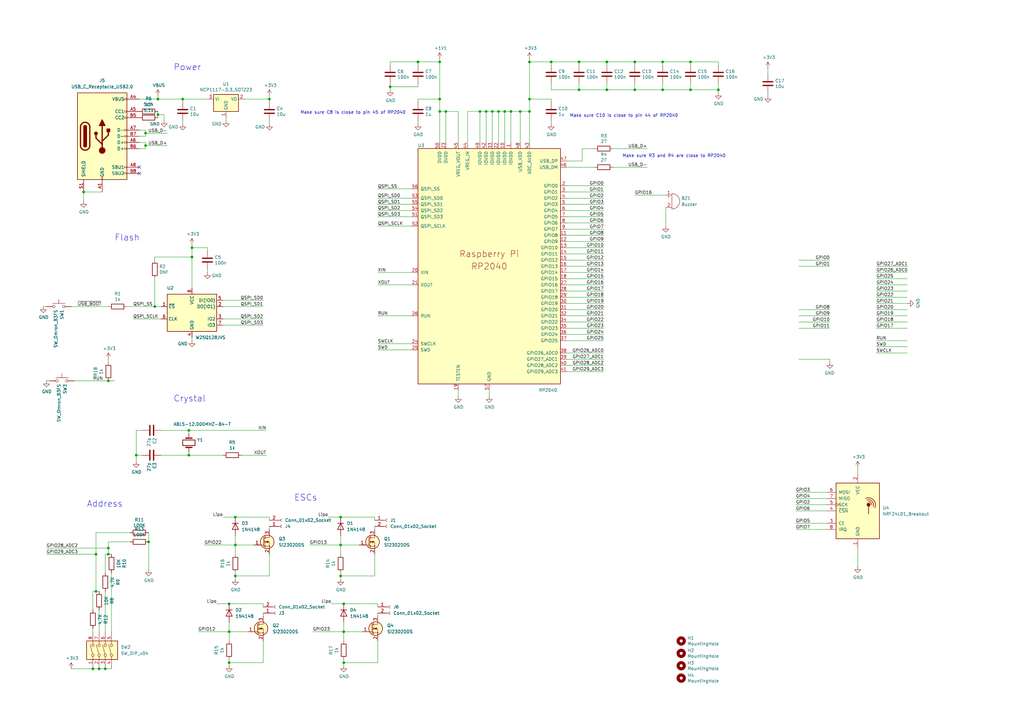
<source format=kicad_sch>
(kicad_sch (version 20230121) (generator eeschema)
  (paper "A3")
  (title_block (title "RP2040 Minimal Design Example") (date "2020-12-18") (rev "REV1") (company "Raspberry Pi (Trading) Ltd"))
  (junction (at 140.97 271.78))
  (junction (at 77.47 176.53))
  (junction (at 93.98 247.65))
  (junction (at 196.85 45.72))
  (junction (at 523.24 90.17))
  (junction (at 657.86 30.48))
  (junction (at 34.29 78.74))
  (junction (at 209.55 45.72))
  (junction (at 624.84 30.48))
  (junction (at 661.67 25.4))
  (junction (at 93.98 271.78))
  (junction (at 217.17 25.4))
  (junction (at 706.12 179.07))
  (junction (at 260.35 25.4))
  (junction (at 643.89 30.48))
  (junction (at 43.18 274.32))
  (junction (at 63.5 125.73))
  (junction (at 508 110.49))
  (junction (at 294.64 36.83))
  (junction (at 39.37 242.57))
  (junction (at 704.85 10.16))
  (junction (at 139.7 236.22))
  (junction (at 182.88 45.72))
  (junction (at 248.92 36.83))
  (junction (at 77.47 186.69))
  (junction (at 521.97 171.45))
  (junction (at 199.39 45.72))
  (junction (at 64.77 46.99))
  (junction (at 654.05 30.48))
  (junction (at 171.45 25.4))
  (junction (at 500.38 171.45))
  (junction (at 504.19 39.37))
  (junction (at 213.36 45.72))
  (junction (at 693.42 10.16))
  (junction (at 96.52 236.22))
  (junction (at 509.27 25.4))
  (junction (at 624.84 25.4))
  (junction (at 641.35 30.48))
  (junction (at 627.38 30.48))
  (junction (at 713.74 111.76))
  (junction (at 140.97 247.65))
  (junction (at 78.74 105.41))
  (junction (at 716.28 10.16))
  (junction (at 237.49 36.83))
  (junction (at 217.17 40.64))
  (junction (at 40.64 274.32))
  (junction (at 96.52 212.09))
  (junction (at 260.35 36.83))
  (junction (at 646.43 30.48))
  (junction (at 706.12 181.61))
  (junction (at 248.92 25.4))
  (junction (at 739.14 21.59))
  (junction (at 201.93 45.72))
  (junction (at 60.96 222.25))
  (junction (at 78.74 101.6))
  (junction (at 44.45 227.33))
  (junction (at 727.71 10.16))
  (junction (at 661.67 10.16))
  (junction (at 693.42 21.59))
  (junction (at 704.85 21.59))
  (junction (at 180.34 25.4))
  (junction (at 702.31 228.6))
  (junction (at 139.7 212.09))
  (junction (at 226.06 25.4))
  (junction (at 59.69 59.69))
  (junction (at 217.17 45.72))
  (junction (at 713.74 121.92))
  (junction (at 681.99 10.16))
  (junction (at 488.95 140.97))
  (junction (at 237.49 25.4))
  (junction (at 651.51 30.48))
  (junction (at 701.04 181.61))
  (junction (at 55.88 186.69))
  (junction (at 713.74 114.3))
  (junction (at 180.34 45.72))
  (junction (at 713.74 106.68))
  (junction (at 521.97 161.29))
  (junction (at 478.79 63.5))
  (junction (at 283.21 36.83))
  (junction (at 716.28 21.59))
  (junction (at 44.45 224.79))
  (junction (at 271.78 36.83))
  (junction (at 704.85 228.6))
  (junction (at 695.96 77.47))
  (junction (at 96.52 223.52))
  (junction (at 160.02 35.56))
  (junction (at 722.63 176.53))
  (junction (at 283.21 25.4))
  (junction (at 180.34 40.64))
  (junction (at 504.19 44.45))
  (junction (at 139.7 223.52))
  (junction (at 699.77 228.6))
  (junction (at 554.99 25.4))
  (junction (at 74.93 40.64))
  (junction (at 661.67 30.48))
  (junction (at 64.77 40.64))
  (junction (at 110.49 40.64))
  (junction (at 670.56 10.16))
  (junction (at 523.24 86.36))
  (junction (at 44.45 156.21))
  (junction (at 615.95 10.16))
  (junction (at 604.52 20.32))
  (junction (at 713.74 119.38))
  (junction (at 713.74 129.54))
  (junction (at 207.01 45.72))
  (junction (at 681.99 21.59))
  (junction (at 713.74 109.22))
  (junction (at 519.43 25.4))
  (junction (at 59.69 54.61))
  (junction (at 271.78 25.4))
  (junction (at 93.98 259.08))
  (junction (at 648.97 30.48))
  (junction (at 635 147.32))
  (junction (at 624.84 10.16))
  (junction (at 713.74 116.84))
  (junction (at 713.74 124.46))
  (junction (at 701.04 196.85))
  (junction (at 713.74 104.14))
  (junction (at 509.27 33.02))
  (junction (at 727.71 21.59))
  (junction (at 204.47 45.72))
  (junction (at 39.37 227.33))
  (junction (at 38.1 274.32))
  (junction (at 140.97 259.08))
  (no_connect (at 501.65 53.34))
  (no_connect (at 57.15 71.12))
  (no_connect (at 501.65 55.88))
  (no_connect (at 57.15 68.58))
  (wire (pts (xy 706.12 179.07) (xy 706.12 181.61)))
  (wire (pts (xy 670.56 26.67) (xy 670.56 25.4)))
  (wire (pts (xy 88.9 247.65) (xy 93.98 247.65)))
  (wire (pts (xy 657.86 43.18) (xy 657.86 30.48)))
  (wire (pts (xy 722.63 187.96) (xy 722.63 176.53)))
  (wire (pts (xy 232.41 106.68) (xy 247.65 106.68)))
  (wire (pts (xy 107.95 271.78) (xy 93.98 271.78)))
  (wire (pts (xy 681.99 11.43) (xy 681.99 10.16)))
  (wire (pts (xy 238.76 60.96) (xy 238.76 66.04)))
  (wire (pts (xy 661.67 25.4) (xy 670.56 25.4)))
  (wire (pts (xy 713.74 104.14) (xy 713.74 106.68)))
  (wire (pts (xy 154.94 111.76) (xy 168.91 111.76)))
  (wire (pts (xy 713.74 119.38) (xy 713.74 121.92)))
  (wire (pts (xy 604.52 19.05) (xy 604.52 20.32)))
  (wire (pts (xy 168.91 77.47) (xy 154.94 77.47)))
  (wire (pts (xy 676.91 109.22) (xy 713.74 109.22)))
  (wire (pts (xy 676.91 106.68) (xy 713.74 106.68)))
  (wire (pts (xy 209.55 45.72) (xy 213.36 45.72)))
  (wire (pts (xy 64.77 40.64) (xy 74.93 40.64)))
  (wire (pts (xy 615.95 34.29) (xy 615.95 35.56)))
  (wire (pts (xy 695.96 45.72) (xy 709.93 45.72)))
  (wire (pts (xy 96.52 223.52) (xy 104.14 223.52)))
  (wire (pts (xy 509.27 30.48) (xy 509.27 33.02)))
  (wire (pts (xy 53.34 222.25) (xy 44.45 222.25)))
  (wire (pts (xy 496.57 110.49) (xy 508 110.49)))
  (wire (pts (xy 43.18 227.33) (xy 44.45 227.33)))
  (wire (pts (xy 499.11 115.57) (xy 510.54 115.57)))
  (wire (pts (xy 232.41 66.04) (xy 238.76 66.04)))
  (wire (pts (xy 57.15 40.64) (xy 64.77 40.64)))
  (wire (pts (xy 66.04 186.69) (xy 77.47 186.69)))
  (wire (pts (xy 699.77 204.47) (xy 699.77 196.85)))
  (wire (pts (xy 55.88 176.53) (xy 55.88 186.69)))
  (wire (pts (xy 730.25 128.27) (xy 732.79 128.27)))
  (wire (pts (xy 661.67 10.16) (xy 661.67 25.4)))
  (wire (pts (xy 232.41 124.46) (xy 247.65 124.46)))
  (wire (pts (xy 110.49 212.09) (xy 110.49 213.36)))
  (wire (pts (xy 501.65 43.18) (xy 504.19 43.18)))
  (wire (pts (xy 34.29 78.74) (xy 41.91 78.74)))
  (wire (pts (xy 283.21 26.67) (xy 283.21 25.4)))
  (wire (pts (xy 474.98 140.97) (xy 488.95 140.97)))
  (wire (pts (xy 57.15 58.42) (xy 59.69 58.42)))
  (wire (pts (xy 372.11 116.84) (xy 359.41 116.84)))
  (wire (pts (xy 676.91 104.14) (xy 713.74 104.14)))
  (wire (pts (xy 676.91 99.06) (xy 692.15 99.06)))
  (wire (pts (xy 504.19 43.18) (xy 504.19 44.45)))
  (wire (pts (xy 58.42 176.53) (xy 55.88 176.53)))
  (wire (pts (xy 110.49 49.53) (xy 110.49 50.8)))
  (wire (pts (xy 661.67 30.48) (xy 661.67 43.18)))
  (wire (pts (xy 340.36 109.22) (xy 327.66 109.22)))
  (wire (pts (xy 217.17 25.4) (xy 226.06 25.4)))
  (wire (pts (xy 232.41 121.92) (xy 247.65 121.92)))
  (wire (pts (xy 19.05 156.21) (xy 20.32 156.21)))
  (wire (pts (xy 63.5 105.41) (xy 78.74 105.41)))
  (wire (pts (xy 81.28 259.08) (xy 93.98 259.08)))
  (wire (pts (xy 624.84 30.48) (xy 624.84 43.18)))
  (wire (pts (xy 45.72 274.32) (xy 43.18 274.32)))
  (wire (pts (xy 727.71 21.59) (xy 739.14 21.59)))
  (wire (pts (xy 727.71 21.59) (xy 716.28 21.59)))
  (wire (pts (xy 681.99 10.16) (xy 693.42 10.16)))
  (wire (pts (xy 57.15 55.88) (xy 59.69 55.88)))
  (wire (pts (xy 704.85 196.85) (xy 704.85 213.36)))
  (wire (pts (xy 248.92 25.4) (xy 260.35 25.4)))
  (wire (pts (xy 340.36 106.68) (xy 327.66 106.68)))
  (wire (pts (xy 294.64 34.29) (xy 294.64 36.83)))
  (wire (pts (xy 523.24 90.17) (xy 523.24 102.87)))
  (wire (pts (xy 676.91 111.76) (xy 713.74 111.76)))
  (wire (pts (xy 63.5 114.3) (xy 63.5 125.73)))
  (wire (pts (xy 226.06 41.91) (xy 226.06 40.64)))
  (wire (pts (xy 730.25 123.19) (xy 732.79 123.19)))
  (wire (pts (xy 500.38 171.45) (xy 500.38 173.99)))
  (wire (pts (xy 271.78 34.29) (xy 271.78 36.83)))
  (wire (pts (xy 232.41 147.32) (xy 247.65 147.32)))
  (wire (pts (xy 676.91 83.82) (xy 692.15 83.82)))
  (wire (pts (xy 160.02 25.4) (xy 171.45 25.4)))
  (wire (pts (xy 139.7 223.52) (xy 139.7 227.33)))
  (wire (pts (xy 502.92 161.29) (xy 500.38 161.29)))
  (wire (pts (xy 604.52 10.16) (xy 615.95 10.16)))
  (wire (pts (xy 232.41 93.98) (xy 247.65 93.98)))
  (wire (pts (xy 632.46 30.48) (xy 627.38 30.48)))
  (wire (pts (xy 636.27 30.48) (xy 641.35 30.48)))
  (wire (pts (xy 91.44 133.35) (xy 107.95 133.35)))
  (wire (pts (xy 251.46 68.58) (xy 265.43 68.58)))
  (wire (pts (xy 53.34 218.44) (xy 39.37 218.44)))
  (wire (pts (xy 529.59 87.63) (xy 529.59 86.36)))
  (wire (pts (xy 314.96 27.94) (xy 314.96 30.48)))
  (wire (pts (xy 45.72 234.95) (xy 45.72 259.08)))
  (wire (pts (xy 96.52 223.52) (xy 96.52 227.33)))
  (wire (pts (xy 478.79 67.31) (xy 478.79 63.5)))
  (wire (pts (xy 676.91 116.84) (xy 713.74 116.84)))
  (wire (pts (xy 340.36 134.62) (xy 327.66 134.62)))
  (wire (pts (xy 34.29 82.55) (xy 34.29 78.74)))
  (wire (pts (xy 488.95 132.08) (xy 488.95 133.35)))
  (wire (pts (xy 63.5 125.73) (xy 66.04 125.73)))
  (wire (pts (xy 676.91 132.08) (xy 713.74 132.08)))
  (wire (pts (xy 340.36 127) (xy 327.66 127)))
  (wire (pts (xy 681.99 19.05) (xy 681.99 21.59)))
  (wire (pts (xy 504.19 40.64) (xy 504.19 39.37)))
  (wire (pts (xy 730.25 133.35) (xy 732.79 133.35)))
  (wire (pts (xy 676.91 101.6) (xy 713.74 101.6)))
  (wire (pts (xy 226.06 26.67) (xy 226.06 25.4)))
  (wire (pts (xy 701.04 196.85) (xy 702.31 196.85)))
  (wire (pts (xy 44.45 227.33) (xy 45.72 227.33)))
  (wire (pts (xy 238.76 60.96) (xy 243.84 60.96)))
  (wire (pts (xy 478.79 63.5) (xy 486.41 63.5)))
  (wire (pts (xy 521.97 162.56) (xy 521.97 161.29)))
  (wire (pts (xy 676.91 63.5) (xy 692.15 63.5)))
  (wire (pts (xy 271.78 36.83) (xy 260.35 36.83)))
  (wire (pts (xy 232.41 91.44) (xy 247.65 91.44)))
  (wire (pts (xy 99.06 186.69) (xy 109.22 186.69)))
  (wire (pts (xy 676.91 68.58) (xy 692.15 68.58)))
  (wire (pts (xy 739.14 21.59) (xy 739.14 22.86)))
  (wire (pts (xy 615.95 26.67) (xy 615.95 25.4)))
  (wire (pts (xy 110.49 227.33) (xy 110.49 236.22)))
  (wire (pts (xy 554.99 25.4) (xy 554.99 24.13)))
  (wire (pts (xy 187.96 45.72) (xy 182.88 45.72)))
  (wire (pts (xy 19.05 224.79) (xy 44.45 224.79)))
  (wire (pts (xy 661.67 8.89) (xy 661.67 10.16)))
  (wire (pts (xy 64.77 45.72) (xy 64.77 46.99)))
  (wire (pts (xy 676.91 76.2) (xy 692.15 76.2)))
  (wire (pts (xy 96.52 212.09) (xy 110.49 212.09)))
  (wire (pts (xy 722.63 176.53) (xy 722.63 172.72)))
  (wire (pts (xy 613.41 128.27) (xy 599.44 128.27)))
  (wire (pts (xy 613.41 125.73) (xy 599.44 125.73)))
  (wire (pts (xy 646.43 43.18) (xy 646.43 30.48)))
  (wire (pts (xy 704.85 228.6) (xy 702.31 228.6)))
  (wire (pts (xy 646.43 30.48) (xy 648.97 30.48)))
  (wire (pts (xy 693.42 11.43) (xy 693.42 10.16)))
  (wire (pts (xy 232.41 104.14) (xy 247.65 104.14)))
  (wire (pts (xy 78.74 105.41) (xy 78.74 118.11)))
  (wire (pts (xy 232.41 119.38) (xy 247.65 119.38)))
  (wire (pts (xy 191.77 45.72) (xy 196.85 45.72)))
  (wire (pts (xy 501.65 38.1) (xy 504.19 38.1)))
  (wire (pts (xy 237.49 34.29) (xy 237.49 36.83)))
  (wire (pts (xy 641.35 30.48) (xy 643.89 30.48)))
  (wire (pts (xy 40.64 274.32) (xy 38.1 274.32)))
  (wire (pts (xy 60.96 222.25) (xy 60.96 218.44)))
  (wire (pts (xy 462.28 110.49) (xy 463.55 110.49)))
  (wire (pts (xy 85.09 40.64) (xy 74.93 40.64)))
  (wire (pts (xy 232.41 132.08) (xy 247.65 132.08)))
  (wire (pts (xy 140.97 273.05) (xy 140.97 271.78)))
  (wire (pts (xy 168.91 116.84) (xy 154.94 116.84)))
  (wire (pts (xy 706.12 181.61) (xy 707.39 181.61)))
  (wire (pts (xy 107.95 262.89) (xy 107.95 271.78)))
  (wire (pts (xy 85.09 110.49) (xy 85.09 111.76)))
  (wire (pts (xy 599.44 96.52) (xy 613.41 96.52)))
  (wire (pts (xy 713.74 114.3) (xy 713.74 116.84)))
  (wire (pts (xy 232.41 83.82) (xy 247.65 83.82)))
  (wire (pts (xy 615.95 11.43) (xy 615.95 10.16)))
  (wire (pts (xy 670.56 11.43) (xy 670.56 10.16)))
  (wire (pts (xy 727.71 11.43) (xy 727.71 10.16)))
  (wire (pts (xy 160.02 26.67) (xy 160.02 25.4)))
  (wire (pts (xy 635 152.4) (xy 635 147.32)))
  (wire (pts (xy 43.18 242.57) (xy 43.18 259.08)))
  (wire (pts (xy 730.25 135.89) (xy 732.79 135.89)))
  (wire (pts (xy 523.24 85.09) (xy 523.24 86.36)))
  (wire (pts (xy 676.91 93.98) (xy 692.15 93.98)))
  (wire (pts (xy 695.96 53.34) (xy 709.93 53.34)))
  (wire (pts (xy 44.45 147.32) (xy 44.45 148.59)))
  (wire (pts (xy 676.91 60.96) (xy 692.15 60.96)))
  (wire (pts (xy 110.49 215.9) (xy 110.49 217.17)))
  (wire (pts (xy 351.79 191.77) (xy 351.79 194.31)))
  (wire (pts (xy 29.21 274.32) (xy 38.1 274.32)))
  (wire (pts (xy 180.34 25.4) (xy 180.34 40.64)))
  (wire (pts (xy 604.52 20.32) (xy 604.52 21.59)))
  (wire (pts (xy 77.47 177.8) (xy 77.47 176.53)))
  (wire (pts (xy 599.44 73.66) (xy 613.41 73.66)))
  (wire (pts (xy 699.77 212.09) (xy 699.77 213.36)))
  (wire (pts (xy 100.33 40.64) (xy 110.49 40.64)))
  (wire (pts (xy 64.77 46.99) (xy 64.77 48.26)))
  (wire (pts (xy 139.7 212.09) (xy 153.67 212.09)))
  (wire (pts (xy 745.49 118.11) (xy 753.11 118.11)))
  (wire (pts (xy 85.09 102.87) (xy 85.09 101.6)))
  (wire (pts (xy 58.42 186.69) (xy 55.88 186.69)))
  (wire (pts (xy 372.11 119.38) (xy 359.41 119.38)))
  (wire (pts (xy 504.19 39.37) (xy 504.19 38.1)))
  (wire (pts (xy 340.36 148.59) (xy 340.36 147.32)))
  (wire (pts (xy 701.04 181.61) (xy 701.04 196.85)))
  (wire (pts (xy 692.15 77.47) (xy 692.15 76.2)))
  (wire (pts (xy 519.43 26.67) (xy 519.43 25.4)))
  (wire (pts (xy 521.97 170.18) (xy 521.97 171.45)))
  (wire (pts (xy 340.36 129.54) (xy 327.66 129.54)))
  (wire (pts (xy 676.91 114.3) (xy 713.74 114.3)))
  (wire (pts (xy 511.81 34.29) (xy 511.81 33.02)))
  (wire (pts (xy 676.91 96.52) (xy 692.15 96.52)))
  (wire (pts (xy 676.91 78.74) (xy 695.96 78.74)))
  (wire (pts (xy 251.46 60.96) (xy 265.43 60.96)))
  (wire (pts (xy 139.7 219.71) (xy 139.7 223.52)))
  (wire (pts (xy 44.45 222.25) (xy 44.45 224.79)))
  (wire (pts (xy 154.94 251.46) (xy 154.94 252.73)))
  (wire (pts (xy 632.46 144.78) (xy 632.46 147.32)))
  (wire (pts (xy 140.97 259.08) (xy 140.97 262.89)))
  (wire (pts (xy 96.52 236.22) (xy 96.52 234.95)))
  (wire (pts (xy 209.55 45.72) (xy 209.55 58.42)))
  (wire (pts (xy 39.37 218.44) (xy 39.37 227.33)))
  (wire (pts (xy 695.96 78.74) (xy 695.96 77.47)))
  (wire (pts (xy 716.28 10.16) (xy 727.71 10.16)))
  (wire (pts (xy 153.67 215.9) (xy 153.67 217.17)))
  (wire (pts (xy 627.38 30.48) (xy 624.84 30.48)))
  (wire (pts (xy 326.39 204.47) (xy 339.09 204.47)))
  (wire (pts (xy 168.91 143.51) (xy 154.94 143.51)))
  (wire (pts (xy 510.54 161.29) (xy 521.97 161.29)))
  (wire (pts (xy 693.42 10.16) (xy 704.85 10.16)))
  (wire (pts (xy 78.74 101.6) (xy 78.74 105.41)))
  (wire (pts (xy 191.77 58.42) (xy 191.77 45.72)))
  (wire (pts (xy 693.42 19.05) (xy 693.42 21.59)))
  (wire (pts (xy 171.45 40.64) (xy 180.34 40.64)))
  (wire (pts (xy 232.41 111.76) (xy 247.65 111.76)))
  (wire (pts (xy 543.56 171.45) (xy 553.72 171.45)))
  (wire (pts (xy 624.84 8.89) (xy 624.84 10.16)))
  (wire (pts (xy 139.7 237.49) (xy 139.7 236.22)))
  (wire (pts (xy 171.45 25.4) (xy 180.34 25.4)))
  (wire (pts (xy 232.41 152.4) (xy 247.65 152.4)))
  (wire (pts (xy 160.02 34.29) (xy 160.02 35.56)))
  (wire (pts (xy 713.74 124.46) (xy 713.74 129.54)))
  (wire (pts (xy 626.11 152.4) (xy 635 152.4)))
  (wire (pts (xy 54.61 130.81) (xy 66.04 130.81)))
  (wire (pts (xy 107.95 247.65) (xy 107.95 248.92)))
  (wire (pts (xy 521.97 161.29) (xy 553.72 161.29)))
  (wire (pts (xy 759.46 12.7) (xy 759.46 15.24)))
  (wire (pts (xy 59.69 54.61) (xy 68.58 54.61)))
  (wire (pts (xy 168.91 129.54) (xy 154.94 129.54)))
  (wire (pts (xy 554.99 26.67) (xy 554.99 25.4)))
  (wire (pts (xy 372.11 111.76) (xy 359.41 111.76)))
  (wire (pts (xy 201.93 58.42) (xy 201.93 45.72)))
  (wire (pts (xy 232.41 109.22) (xy 247.65 109.22)))
  (wire (pts (xy 196.85 45.72) (xy 199.39 45.72)))
  (wire (pts (xy 535.94 115.57) (xy 552.45 115.57)))
  (wire (pts (xy 140.97 255.27) (xy 140.97 259.08)))
  (wire (pts (xy 340.36 147.32) (xy 327.66 147.32)))
  (wire (pts (xy 260.35 25.4) (xy 271.78 25.4)))
  (wire (pts (xy 676.91 91.44) (xy 692.15 91.44)))
  (wire (pts (xy 226.06 34.29) (xy 226.06 36.83)))
  (wire (pts (xy 57.15 60.96) (xy 59.69 60.96)))
  (wire (pts (xy 237.49 26.67) (xy 237.49 25.4)))
  (wire (pts (xy 74.93 41.91) (xy 74.93 40.64)))
  (wire (pts (xy 59.69 55.88) (xy 59.69 54.61)))
  (wire (pts (xy 683.26 45.72) (xy 688.34 45.72)))
  (wire (pts (xy 232.41 139.7) (xy 247.65 139.7)))
  (wire (pts (xy 716.28 21.59) (xy 704.85 21.59)))
  (wire (pts (xy 273.05 85.09) (xy 273.05 92.71)))
  (wire (pts (xy 226.06 25.4) (xy 237.49 25.4)))
  (wire (pts (xy 504.19 44.45) (xy 504.19 45.72)))
  (wire (pts (xy 713.74 121.92) (xy 713.74 124.46)))
  (wire (pts (xy 716.28 11.43) (xy 716.28 10.16)))
  (wire (pts (xy 641.35 43.18) (xy 641.35 30.48)))
  (wire (pts (xy 248.92 26.67) (xy 248.92 25.4)))
  (wire (pts (xy 372.11 139.7) (xy 359.41 139.7)))
  (wire (pts (xy 632.46 147.32) (xy 635 147.32)))
  (wire (pts (xy 519.43 34.29) (xy 519.43 35.56)))
  (wire (pts (xy 273.05 80.01) (xy 260.35 80.01)))
  (wire (pts (xy 326.39 214.63) (xy 339.09 214.63)))
  (wire (pts (xy 96.52 237.49) (xy 96.52 236.22)))
  (wire (pts (xy 716.28 19.05) (xy 716.28 21.59)))
  (wire (pts (xy 627.38 43.18) (xy 627.38 30.48)))
  (wire (pts (xy 38.1 250.19) (xy 38.1 242.57)))
  (wire (pts (xy 763.27 130.81) (xy 778.51 130.81)))
  (wire (pts (xy 624.84 10.16) (xy 624.84 25.4)))
  (wire (pts (xy 134.62 212.09) (xy 139.7 212.09)))
  (wire (pts (xy 372.11 129.54) (xy 359.41 129.54)))
  (wire (pts (xy 96.52 219.71) (xy 96.52 223.52)))
  (wire (pts (xy 232.41 127) (xy 247.65 127)))
  (wire (pts (xy 676.91 53.34) (xy 688.34 53.34)))
  (wire (pts (xy 763.27 135.89) (xy 778.51 135.89)))
  (wire (pts (xy 232.41 78.74) (xy 247.65 78.74)))
  (wire (pts (xy 509.27 25.4) (xy 519.43 25.4)))
  (wire (pts (xy 713.74 101.6) (xy 713.74 104.14)))
  (wire (pts (xy 232.41 137.16) (xy 247.65 137.16)))
  (wire (pts (xy 91.44 212.09) (xy 96.52 212.09)))
  (wire (pts (xy 204.47 45.72) (xy 207.01 45.72)))
  (wire (pts (xy 676.91 73.66) (xy 692.15 73.66)))
  (wire (pts (xy 140.97 247.65) (xy 154.94 247.65)))
  (wire (pts (xy 201.93 45.72) (xy 204.47 45.72)))
  (wire (pts (xy 64.77 39.37) (xy 64.77 40.64)))
  (wire (pts (xy 702.31 228.6) (xy 699.77 228.6)))
  (wire (pts (xy 283.21 25.4) (xy 294.64 25.4)))
  (wire (pts (xy 248.92 36.83) (xy 237.49 36.83)))
  (wire (pts (xy 93.98 247.65) (xy 107.95 247.65)))
  (wire (pts (xy 701.04 172.72) (xy 701.04 181.61)))
  (wire (pts (xy 93.98 259.08) (xy 101.6 259.08)))
  (wire (pts (xy 372.11 134.62) (xy 359.41 134.62)))
  (wire (pts (xy 509.27 33.02) (xy 511.81 33.02)))
  (wire (pts (xy 326.39 209.55) (xy 339.09 209.55)))
  (wire (pts (xy 38.1 242.57) (xy 39.37 242.57)))
  (wire (pts (xy 260.35 26.67) (xy 260.35 25.4)))
  (wire (pts (xy 217.17 25.4) (xy 217.17 40.64)))
  (wire (pts (xy 504.19 39.37) (xy 513.08 39.37)))
  (wire (pts (xy 615.95 10.16) (xy 624.84 10.16)))
  (wire (pts (xy 715.01 176.53) (xy 706.12 176.53)))
  (wire (pts (xy 17.78 125.73) (xy 19.05 125.73)))
  (wire (pts (xy 657.86 30.48) (xy 661.67 30.48)))
  (wire (pts (xy 232.41 96.52) (xy 247.65 96.52)))
  (wire (pts (xy 529.59 86.36) (xy 523.24 86.36)))
  (wire (pts (xy 63.5 106.68) (xy 63.5 105.41)))
  (wire (pts (xy 704.85 181.61) (xy 706.12 181.61)))
  (wire (pts (xy 59.69 59.69) (xy 68.58 59.69)))
  (wire (pts (xy 60.96 233.68) (xy 60.96 222.25)))
  (wire (pts (xy 226.06 49.53) (xy 226.06 50.8)))
  (wire (pts (xy 508 110.49) (xy 510.54 110.49)))
  (wire (pts (xy 713.74 106.68) (xy 713.74 109.22)))
  (wire (pts (xy 92.71 48.26) (xy 92.71 49.53)))
  (wire (pts (xy 502.92 171.45) (xy 500.38 171.45)))
  (wire (pts (xy 93.98 273.05) (xy 93.98 271.78)))
  (wire (pts (xy 213.36 58.42) (xy 213.36 45.72)))
  (wire (pts (xy 127 223.52) (xy 139.7 223.52)))
  (wire (pts (xy 91.44 130.81) (xy 107.95 130.81)))
  (wire (pts (xy 763.27 133.35) (xy 778.51 133.35)))
  (wire (pts (xy 168.91 140.97) (xy 154.94 140.97)))
  (wire (pts (xy 701.04 77.47) (xy 695.96 77.47)))
  (wire (pts (xy 207.01 58.42) (xy 207.01 45.72)))
  (wire (pts (xy 632.46 43.18) (xy 632.46 30.48)))
  (wire (pts (xy 643.89 30.48) (xy 646.43 30.48)))
  (wire (pts (xy 730.25 140.97) (xy 732.79 140.97)))
  (wire (pts (xy 232.41 76.2) (xy 247.65 76.2)))
  (wire (pts (xy 43.18 274.32) (xy 40.64 274.32)))
  (wire (pts (xy 693.42 21.59) (xy 681.99 21.59)))
  (wire (pts (xy 154.94 271.78) (xy 140.97 271.78)))
  (wire (pts (xy 508 99.06) (xy 508 110.49)))
  (wire (pts (xy 683.26 45.72) (xy 683.26 50.8)))
  (wire (pts (xy 651.51 43.18) (xy 651.51 30.48)))
  (wire (pts (xy 654.05 30.48) (xy 657.86 30.48)))
  (wire (pts (xy 613.41 114.3) (xy 599.44 114.3)))
  (wire (pts (xy 107.95 251.46) (xy 107.95 252.73)))
  (wire (pts (xy 463.55 140.97) (xy 464.82 140.97)))
  (wire (pts (xy 110.49 40.64) (xy 110.49 39.37)))
  (wire (pts (xy 504.19 44.45) (xy 513.08 44.45)))
  (wire (pts (xy 154.94 262.89) (xy 154.94 271.78)))
  (wire (pts (xy 237.49 36.83) (xy 226.06 36.83)))
  (wire (pts (xy 713.74 109.22) (xy 713.74 111.76)))
  (wire (pts (xy 232.41 149.86) (xy 247.65 149.86)))
  (wire (pts (xy 44.45 224.79) (xy 44.45 227.33)))
  (wire (pts (xy 187.96 160.02) (xy 187.96 162.56)))
  (wire (pts (xy 204.47 58.42) (xy 204.47 45.72)))
  (wire (pts (xy 232.41 134.62) (xy 247.65 134.62)))
  (wire (pts (xy 232.41 144.78) (xy 247.65 144.78)))
  (wire (pts (xy 140.97 259.08) (xy 148.59 259.08)))
  (wire (pts (xy 544.83 25.4) (xy 554.99 25.4)))
  (wire (pts (xy 91.44 125.73) (xy 107.95 125.73)))
  (wire (pts (xy 509.27 21.59) (xy 509.27 25.4)))
  (wire (pts (xy 501.65 45.72) (xy 504.19 45.72)))
  (wire (pts (xy 199.39 45.72) (xy 201.93 45.72)))
  (wire (pts (xy 187.96 58.42) (xy 187.96 45.72)))
  (wire (pts (xy 283.21 34.29) (xy 283.21 36.83)))
  (wire (pts (xy 271.78 25.4) (xy 283.21 25.4)))
  (wire (pts (xy 372.11 132.08) (xy 359.41 132.08)))
  (wire (pts (xy 508 90.17) (xy 523.24 90.17)))
  (wire (pts (xy 217.17 40.64) (xy 226.06 40.64)))
  (wire (pts (xy 529.59 95.25) (xy 529.59 96.52)))
  (wire (pts (xy 78.74 138.43) (xy 78.74 139.7)))
  (wire (pts (xy 676.91 119.38) (xy 713.74 119.38)))
  (wire (pts (xy 154.94 83.82) (xy 168.91 83.82)))
  (wire (pts (xy 232.41 81.28) (xy 247.65 81.28)))
  (wire (pts (xy 153.67 236.22) (xy 139.7 236.22)))
  (wire (pts (xy 707.39 189.23) (xy 707.39 213.36)))
  (wire (pts (xy 613.41 77.47) (xy 599.44 77.47)))
  (wire (pts (xy 759.46 22.86) (xy 759.46 24.13)))
  (wire (pts (xy 676.91 66.04) (xy 692.15 66.04)))
  (wire (pts (xy 676.91 134.62) (xy 692.15 134.62)))
  (wire (pts (xy 154.94 247.65) (xy 154.94 248.92)))
  (wire (pts (xy 690.88 228.6) (xy 699.77 228.6)))
  (wire (pts (xy 52.07 125.73) (xy 63.5 125.73)))
  (wire (pts (xy 713.74 116.84) (xy 713.74 119.38)))
  (wire (pts (xy 372.11 114.3) (xy 359.41 114.3)))
  (wire (pts (xy 648.97 30.48) (xy 651.51 30.48)))
  (wire (pts (xy 372.11 142.24) (xy 359.41 142.24)))
  (wire (pts (xy 19.05 227.33) (xy 39.37 227.33)))
  (wire (pts (xy 171.45 26.67) (xy 171.45 25.4)))
  (wire (pts (xy 160.02 35.56) (xy 160.02 36.83)))
  (wire (pts (xy 59.69 54.61) (xy 59.69 53.34)))
  (wire (pts (xy 232.41 129.54) (xy 247.65 129.54)))
  (wire (pts (xy 199.39 58.42) (xy 199.39 45.72)))
  (wire (pts (xy 182.88 58.42) (xy 182.88 45.72)))
  (wire (pts (xy 704.85 11.43) (xy 704.85 10.16)))
  (wire (pts (xy 59.69 59.69) (xy 59.69 60.96)))
  (wire (pts (xy 160.02 35.56) (xy 171.45 35.56)))
  (wire (pts (xy 77.47 186.69) (xy 91.44 186.69)))
  (wire (pts (xy 232.41 116.84) (xy 247.65 116.84)))
  (wire (pts (xy 168.91 92.71) (xy 154.94 92.71)))
  (wire (pts (xy 55.88 186.69) (xy 55.88 189.23)))
  (wire (pts (xy 271.78 26.67) (xy 271.78 25.4)))
  (wire (pts (xy 139.7 223.52) (xy 147.32 223.52)))
  (wire (pts (xy 93.98 255.27) (xy 93.98 259.08)))
  (wire (pts (xy 232.41 101.6) (xy 247.65 101.6)))
  (wire (pts (xy 615.95 20.32) (xy 615.95 19.05)))
  (wire (pts (xy 93.98 271.78) (xy 93.98 270.51)))
  (wire (pts (xy 44.45 156.21) (xy 46.99 156.21)))
  (wire (pts (xy 135.89 247.65) (xy 140.97 247.65)))
  (wire (pts (xy 77.47 185.42) (xy 77.47 186.69)))
  (wire (pts (xy 670.56 10.16) (xy 681.99 10.16)))
  (wire (pts (xy 110.49 41.91) (xy 110.49 40.64)))
  (wire (pts (xy 74.93 49.53) (xy 74.93 50.8)))
  (wire (pts (xy 232.41 99.06) (xy 247.65 99.06)))
  (wire (pts (xy 676.91 129.54) (xy 713.74 129.54)))
  (wire (pts (xy 704.85 189.23) (xy 704.85 181.61)))
  (wire (pts (xy 171.45 49.53) (xy 171.45 50.8)))
  (wire (pts (xy 763.27 128.27) (xy 778.51 128.27)))
  (wire (pts (xy 727.71 19.05) (xy 727.71 21.59)))
  (wire (pts (xy 154.94 86.36) (xy 168.91 86.36)))
  (wire (pts (xy 651.51 30.48) (xy 654.05 30.48)))
  (wire (pts (xy 695.96 77.47) (xy 692.15 77.47)))
  (wire (pts (xy 91.44 123.19) (xy 107.95 123.19)))
  (wire (pts (xy 702.31 204.47) (xy 702.31 213.36)))
  (wire (pts (xy 500.38 161.29) (xy 500.38 171.45)))
  (wire (pts (xy 351.79 224.79) (xy 351.79 232.41)))
  (wire (pts (xy 681.99 21.59) (xy 670.56 21.59)))
  (wire (pts (xy 715.01 172.72) (xy 701.04 172.72)))
  (wire (pts (xy 704.85 19.05) (xy 704.85 21.59)))
  (wire (pts (xy 676.91 121.92) (xy 713.74 121.92)))
  (wire (pts (xy 676.91 124.46) (xy 713.74 124.46)))
  (wire (pts (xy 217.17 24.13) (xy 217.17 25.4)))
  (wire (pts (xy 140.97 271.78) (xy 140.97 270.51)))
  (wire (pts (xy 676.91 71.12) (xy 692.15 71.12)))
  (wire (pts (xy 232.41 88.9) (xy 247.65 88.9)))
  (wire (pts (xy 39.37 242.57) (xy 40.64 242.57)))
  (wire (pts (xy 730.25 125.73) (xy 732.79 125.73)))
  (wire (pts (xy 510.54 171.45) (xy 521.97 171.45)))
  (wire (pts (xy 680.72 181.61) (xy 701.04 181.61)))
  (wire (pts (xy 636.27 43.18) (xy 636.27 30.48)))
  (wire (pts (xy 30.48 156.21) (xy 44.45 156.21)))
  (wire (pts (xy 624.84 25.4) (xy 624.84 30.48)))
  (wire (pts (xy 232.41 68.58) (xy 243.84 68.58)))
  (wire (pts (xy 182.88 45.72) (xy 180.34 45.72)))
  (wire (pts (xy 604.52 11.43) (xy 604.52 10.16)))
  (wire (pts (xy 706.12 176.53) (xy 706.12 179.07)))
  (wire (pts (xy 217.17 45.72) (xy 217.17 58.42)))
  (wire (pts (xy 372.11 109.22) (xy 359.41 109.22)))
  (wire (pts (xy 676.91 86.36) (xy 692.15 86.36)))
  (wire (pts (xy 57.15 53.34) (xy 59.69 53.34)))
  (wire (pts (xy 154.94 88.9) (xy 168.91 88.9)))
  (wire (pts (xy 704.85 10.16) (xy 716.28 10.16)))
  (wire (pts (xy 501.65 40.64) (xy 504.19 40.64)))
  (wire (pts (xy 110.49 236.22) (xy 96.52 236.22)))
  (wire (pts (xy 535.94 107.95) (xy 552.45 107.95)))
  (wire (pts (xy 153.67 227.33) (xy 153.67 236.22)))
  (wire (pts (xy 213.36 45.72) (xy 217.17 45.72)))
  (wire (pts (xy 154.94 81.28) (xy 168.91 81.28)))
  (wire (pts (xy 200.66 160.02) (xy 200.66 162.56)))
  (wire (pts (xy 537.21 33.02) (xy 537.21 34.29)))
  (wire (pts (xy 67.31 49.53) (xy 67.31 46.99)))
  (wire (pts (xy 372.11 144.78) (xy 359.41 144.78)))
  (wire (pts (xy 676.91 137.16) (xy 692.15 137.16)))
  (wire (pts (xy 676.91 50.8) (xy 683.26 50.8)))
  (wire (pts (xy 283.21 36.83) (xy 294.64 36.83)))
  (wire (pts (xy 248.92 34.29) (xy 248.92 36.83)))
  (wire (pts (xy 196.85 58.42) (xy 196.85 45.72)))
  (wire (pts (xy 294.64 26.67) (xy 294.64 25.4)))
  (wire (pts (xy 340.36 132.08) (xy 327.66 132.08)))
  (wire (pts (xy 704.85 21.59) (xy 693.42 21.59)))
  (wire (pts (xy 39.37 227.33) (xy 39.37 242.57)))
  (wire (pts (xy 654.05 30.48) (xy 654.05 43.18)))
  (wire (pts (xy 473.71 110.49) (xy 488.95 110.49)))
  (wire (pts (xy 713.74 129.54) (xy 713.74 132.08)))
  (wire (pts (xy 40.64 250.19) (xy 40.64 259.08)))
  (wire (pts (xy 232.41 114.3) (xy 247.65 114.3)))
  (wire (pts (xy 93.98 259.08) (xy 93.98 262.89)))
  (wire (pts (xy 670.56 34.29) (xy 670.56 35.56)))
  (wire (pts (xy 645.16 144.78) (xy 645.16 147.32)))
  (wire (pts (xy 676.91 81.28) (xy 692.15 81.28)))
  (wire (pts (xy 529.59 25.4) (xy 519.43 25.4)))
  (wire (pts (xy 59.69 58.42) (xy 59.69 59.69)))
  (wire (pts (xy 676.91 88.9) (xy 692.15 88.9)))
  (wire (pts (xy 237.49 25.4) (xy 248.92 25.4)))
  (wire (pts (xy 535.94 110.49) (xy 552.45 110.49)))
  (wire (pts (xy 643.89 43.18) (xy 643.89 30.48)))
  (wire (pts (xy 314.96 38.1) (xy 314.96 39.37)))
  (wire (pts (xy 372.11 121.92) (xy 359.41 121.92)))
  (wire (pts (xy 613.41 62.23) (xy 599.44 62.23)))
  (wire (pts (xy 615.95 25.4) (xy 624.84 25.4)))
  (wire (pts (xy 372.11 124.46) (xy 359.41 124.46)))
  (wire (pts (xy 599.44 71.12) (xy 613.41 71.12)))
  (wire (pts (xy 680.72 179.07) (xy 706.12 179.07)))
  (wire (pts (xy 38.1 257.81) (xy 38.1 259.08)))
  (wire (pts (xy 661.67 25.4) (xy 661.67 30.48)))
  (wire (pts (xy 613.41 101.6) (xy 599.44 101.6)))
  (wire (pts (xy 661.67 10.16) (xy 670.56 10.16)))
  (wire (pts (xy 730.25 130.81) (xy 732.79 130.81)))
  (wire (pts (xy 713.74 111.76) (xy 713.74 114.3)))
  (wire (pts (xy 739.14 11.43) (xy 739.14 10.16)))
  (wire (pts (xy 171.45 35.56) (xy 171.45 34.29)))
  (wire (pts (xy 326.39 217.17) (xy 339.09 217.17)))
  (wire (pts (xy 523.24 123.19) (xy 523.24 124.46)))
  (wire (pts (xy 232.41 86.36) (xy 247.65 86.36)))
  (wire (pts (xy 521.97 171.45) (xy 535.94 171.45)))
  (wire (pts (xy 139.7 236.22) (xy 139.7 234.95)))
  (wire (pts (xy 699.77 196.85) (xy 701.04 196.85)))
  (wire (pts (xy 599.44 68.58) (xy 613.41 68.58)))
  (wire (pts (xy 153.67 212.09) (xy 153.67 213.36)))
  (wire (pts (xy 707.39 228.6) (xy 704.85 228.6)))
  (wire (pts (xy 43.18 234.95) (xy 43.18 227.33)))
  (wire (pts (xy 604.52 20.32) (xy 615.95 20.32)))
  (wire (pts (xy 85.09 101.6) (xy 78.74 101.6)))
  (wire (pts (xy 283.21 36.83) (xy 271.78 36.83)))
  (wire (pts (xy 83.82 223.52) (xy 96.52 223.52)))
  (wire (pts (xy 730.25 138.43) (xy 732.79 138.43)))
  (wire (pts (xy 648.97 43.18) (xy 648.97 30.48)))
  (wire (pts (xy 535.94 118.11) (xy 552.45 118.11)))
  (wire (pts (xy 260.35 34.29) (xy 260.35 36.83)))
  (wire (pts (xy 739.14 19.05) (xy 739.14 21.59)))
  (wire (pts (xy 523.24 86.36) (xy 523.24 90.17)))
  (wire (pts (xy 727.71 10.16) (xy 739.14 10.16)))
  (wire (pts (xy 599.44 66.04) (xy 613.41 66.04)))
  (wire (pts (xy 326.39 207.01) (xy 339.09 207.01)))
  (wire (pts (xy 66.04 176.53) (xy 77.47 176.53)))
  (wire (pts (xy 217.17 40.64) (xy 217.17 45.72)))
  (wire (pts (xy 180.34 40.64) (xy 180.34 45.72)))
  (wire (pts (xy 635 147.32) (xy 645.16 147.32)))
  (wire (pts (xy 554.99 34.29) (xy 554.99 35.56)))
  (wire (pts (xy 488.95 140.97) (xy 491.49 140.97)))
  (wire (pts (xy 501.65 25.4) (xy 509.27 25.4)))
  (wire (pts (xy 171.45 41.91) (xy 171.45 40.64)))
  (wire (pts (xy 207.01 45.72) (xy 209.55 45.72)))
  (wire (pts (xy 508 91.44) (xy 508 90.17)))
  (wire (pts (xy 326.39 201.93) (xy 339.09 201.93)))
  (wire (pts (xy 64.77 46.99) (xy 67.31 46.99)))
  (wire (pts (xy 260.35 36.83) (xy 248.92 36.83)))
  (wire (pts (xy 77.47 176.53) (xy 109.22 176.53)))
  (wire (pts (xy 128.27 259.08) (xy 140.97 259.08)))
  (wire (pts (xy 670.56 19.05) (xy 670.56 21.59)))
  (wire (pts (xy 372.11 127) (xy 359.41 127)))
  (wire (pts (xy 78.74 100.33) (xy 78.74 101.6)))
  (wire (pts (xy 180.34 24.13) (xy 180.34 25.4)))
  (wire (pts (xy 29.21 125.73) (xy 44.45 125.73)))
  (wire (pts (xy 294.64 36.83) (xy 294.64 38.1)))
  (wire (pts (xy 180.34 45.72) (xy 180.34 58.42)))
  (text "Flash" (at 46.99 99.06 0) (effects (font (size 2.54 2.54)) (justify left bottom)))
  (text "Power" (at 71.12 29.21 0) (effects (font (size 2.54 2.54)) (justify left bottom)))
  (text "Crystal" (at 515.62 149.86 0) (effects (font (size 2.54 2.54)) (justify left bottom)))
  (text "Make sure C10 is close to pin 44 of RP2040" (at 678.18 33.02 0) (effects (font (size 1.27 1.27)) (justify left bottom)))
  (text "Power" (at 515.62 13.97 0) (effects (font (size 2.54 2.54)) (justify left bottom)))
  (text "Address" (at 35.56 208.28 0) (effects (font (size 2.54 2.54)) (justify left bottom)))
  (text "Make sure R3 and R4 are close to RP2040" (at 255.27 64.77 0) (effects (font (size 1.27 1.27)) (justify left bottom)))
  (text "Crystal" (at 71.12 165.1 0) (effects (font (size 2.54 2.54)) (justify left bottom)))
  (text "Make sure C8 is close to pin 45 of RP2040" (at 567.69 31.75 0) (effects (font (size 1.27 1.27)) (justify left bottom)))
  (text "Make sure R3 and R4 are close to RP2040" (at 699.77 49.53 0) (effects (font (size 1.27 1.27)) (justify left bottom)))
  (text "ESCs" (at 120.65 205.74 0) (effects (font (size 2.54 2.54)) (justify left bottom)))
  (text "Address" (at 697.23 162.56 0) (effects (font (size 2.54 2.54)) (justify left bottom)))
  (text "Flash" (at 491.49 83.82 0) (effects (font (size 2.54 2.54)) (justify left bottom)))
  (text "Make sure C8 is close to pin 45 of RP2040" (at 123.19 46.99 0) (effects (font (size 1.27 1.27)) (justify left bottom)))
  (text "Make sure C10 is close to pin 44 of RP2040" (at 233.68 48.26 0) (effects (font (size 1.27 1.27)) (justify left bottom)))
  (label "USB_D+2" (at 709.93 45.72 180))
  (label "GPIO28_ADC2" (at 247.65 149.86 180))
  (label "GPIO11" (at 340.36 134.62 180))
  (label "Lipo" (at 91.44 212.09 180))
  (label "GPIO14-2" (at 692.15 96.52 180))
  (label "GPIO13" (at 247.65 109.22 180))
  (label "GPIO19" (at 247.65 124.46 180))
  (label "GPIO0-2" (at 692.15 60.96 180))
  (label "GPIO3" (at 326.39 201.93 0))
  (label "QSPI_SS" (at 154.94 77.47 0))
  (label "GPIO25" (at 359.41 114.3 0))
  (label "GPIO23" (at 247.65 134.62 180))
  (label "USB_D-" (at 265.43 68.58 180))
  (label "QSPI_SD3" (at 154.94 88.9 0))
  (label "QSPI_SD1" (at 154.94 83.82 0))
  (label "GPIO18" (at 247.65 121.92 180))
  (label "GPIO2-2" (at 778.51 128.27 180))
  (label "XIN2" (at 553.72 161.29 180))
  (label "GPIO11-2" (at 692.15 88.9 180))
  (label "GPIO28_ADC2-2" (at 680.72 179.07 0))
  (label "GPIO9-2" (at 692.15 83.82 180))
  (label "XOUT2" (at 553.72 171.45 180))
  (label "QSPI_SD1" (at 107.95 125.73 180))
  (label "GPIO26_ADC0" (at 247.65 144.78 180))
  (label "GPIO13" (at 127 223.52 0))
  (label "GPIO12-2" (at 692.15 91.44 180))
  (label "RUN2" (at 599.44 114.3 0))
  (label "QSPI_SD32" (at 552.45 118.11 180))
  (label "QSPI_SCLK2" (at 599.44 77.47 0))
  (label "GPIO20" (at 359.41 127 0))
  (label "QSPI_SD32" (at 599.44 73.66 0))
  (label "QSPI_SD0" (at 154.94 81.28 0))
  (label "GPIO11" (at 247.65 104.14 180))
  (label "QSPI_SCLK" (at 154.94 92.71 0))
  (label "SWD" (at 359.41 142.24 0))
  (label "GPIO2-2" (at 692.15 66.04 180))
  (label "USB_D+2" (at 513.08 44.45 180))
  (label "GPIO22" (at 83.82 223.52 0))
  (label "GPIO0" (at 247.65 76.2 180))
  (label "SWD" (at 154.94 143.51 0))
  (label "GPIO5" (at 326.39 214.63 0))
  (label "QSPI_SS2" (at 499.11 110.49 0))
  (label "GPIO15" (at 247.65 114.3 180))
  (label "QSPI_SD12" (at 599.44 68.58 0))
  (label "GPIO29_ADC3-2" (at 680.72 181.61 0))
  (label "QSPI_SD12" (at 552.45 110.49 180))
  (label "QSPI_SD22" (at 552.45 115.57 180))
  (label "GPIO10" (at 247.65 101.6 180))
  (label "GPIO7" (at 247.65 93.98 180))
  (label "~{USB_BOOT}2" (at 476.25 110.49 0))
  (label "GPIO24" (at 247.65 137.16 180))
  (label "GPIO28_ADC2-2" (at 692.15 134.62 180))
  (label "GPIO29_ADC3" (at 247.65 152.4 180))
  (label "GPIO27_ADC1" (at 247.65 147.32 180))
  (label "GPIO16" (at 247.65 116.84 180))
  (label "QSPI_SD22" (at 599.44 71.12 0))
  (label "GPIO21" (at 359.41 124.46 0))
  (label "QSPI_SD02" (at 599.44 66.04 0))
  (label "GPIO28_ADC2" (at 19.05 224.79 0))
  (label "GPIO9" (at 340.36 129.54 180))
  (label "GPIO6" (at 326.39 209.55 0))
  (label "QSPI_SCLK2" (at 499.11 115.57 0))
  (label "GPIO1-2" (at 692.15 63.5 180))
  (label "GPIO22" (at 359.41 121.92 0))
  (label "SWCLK" (at 359.41 144.78 0))
  (label "GPIO25" (at 247.65 139.7 180))
  (label "GPIO0" (at 340.36 106.68 180))
  (label "GPIO8" (at 247.65 96.52 180))
  (label "GPIO13-2" (at 692.15 93.98 180))
  (label "USB_D+" (at 68.58 59.69 180))
  (label "GPIO8-2" (at 692.15 81.28 180))
  (label "XOUT2" (at 599.44 101.6 0))
  (label "Lipo" (at 135.89 247.65 180))
  (label "GPIO27_ADC1" (at 359.41 109.22 0))
  (label "QSPI_SCLK" (at 54.61 130.81 0))
  (label "RUN" (at 154.94 129.54 0))
  (label "GPIO7" (at 326.39 217.17 0))
  (label "QSPI_SD0" (at 107.95 123.19 180))
  (label "GPIO2" (at 247.65 81.28 180))
  (label "QSPI_SD2" (at 107.95 130.81 180))
  (label "RUN2" (at 482.6 140.97 0))
  (label "GPIO8" (at 340.36 127 180))
  (label "GPIO17" (at 359.41 134.62 0))
  (label "GPIO12" (at 247.65 106.68 180))
  (label "GPIO9" (at 247.65 99.06 180))
  (label "GPIO12" (at 81.28 259.08 0))
  (label "GPIO21" (at 247.65 129.54 180))
  (label "GPIO10-2" (at 692.15 86.36 180))
  (label "GPIO29_ADC3-2" (at 692.15 137.16 180))
  (label "XIN" (at 109.22 176.53 180))
  (label "USB_D-2" (at 513.08 39.37 180))
  (label "GPIO24" (at 359.41 116.84 0))
  (label "GPIO4" (at 247.65 86.36 180))
  (label "GPIO16" (at 260.35 80.01 0))
  (label "SWCLK" (at 154.94 140.97 0))
  (label "~{USB_BOOT}" (at 31.75 125.73 0))
  (label "GPIO6" (at 247.65 91.44 180))
  (label "QSPI_SD2" (at 154.94 86.36 0))
  (label "QSPI_SD3" (at 107.95 133.35 180))
  (label "GPIO18" (at 359.41 132.08 0))
  (label "RUN" (at 38.1 156.21 0))
  (label "QSPI_SS2" (at 599.44 62.23 0))
  (label "GPIO3" (at 247.65 83.82 180))
  (label "Lipo" (at 134.62 212.09 180))
  (label "GPIO4-2" (at 692.15 71.12 180))
  (label "XIN" (at 154.94 111.76 0))
  (label "GPIO23" (at 359.41 119.38 0))
  (label "XOUT" (at 109.22 186.69 180))
  (label "USB_D+" (at 265.43 60.96 180))
  (label "GPIO29_ADC3" (at 19.05 227.33 0))
  (label "GPIO5" (at 247.65 88.9 180))
  (label "GPIO5-2" (at 692.15 73.66 180))
  (label "GPIO1" (at 247.65 78.74 180))
  (label "Lipo" (at 88.9 247.65 180))
  (label "GPIO4-2" (at 778.51 130.81 180))
  (label "XIN2" (at 599.44 96.52 0))
  (label "GPIO3-2" (at 692.15 68.58 180))
  (label "GPIO23" (at 128.27 259.08 0))
  (label "GPIO1" (at 340.36 109.22 180))
  (label "GPIO4" (at 326.39 204.47 0))
  (label "GPIO22" (at 247.65 132.08 180))
  (label "GPIO6-2" (at 692.15 76.2 180))
  (label "XOUT" (at 154.94 116.84 0))
  (label "GPIO10" (at 340.36 132.08 180))
  (label "USB_D-" (at 68.58 54.61 180))
  (label "QSPI_SD02" (at 552.45 107.95 180))
  (label "SWD2" (at 599.44 128.27 0))
  (label "GPIO7-2" (at 692.15 78.74 180))
  (label "GPIO3-2" (at 778.51 133.35 180))
  (label "GPIO2" (at 326.39 207.01 0))
  (label "GPIO26_ADC0" (at 359.41 111.76 0))
  (label "RUN" (at 359.41 139.7 0))
  (label "GPIO15-2" (at 692.15 99.06 180))
  (label "GPIO14" (at 247.65 111.76 180))
  (label "GPIO19" (at 359.41 129.54 0))
  (label "GPIO5-2" (at 778.51 135.89 180))
  (label "SWCLK2" (at 599.44 125.73 0))
  (label "GPIO20" (at 247.65 127 180))
  (label "USB_D-2" (at 709.93 53.34 180))
  (label "QSPI_SS" (at 54.61 125.73 0))
  (label "GPIO17" (at 247.65 119.38 180))
  (global_label "3v3-2" (shape input) (at 693.42 228.6 270) (property "Intersheetrefs" "${INTERSHEET_REFS}" (effects hide)))
  (global_label "3v3-2" (shape input) (at 523.24 85.09 90) (property "Intersheetrefs" "${INTERSHEET_REFS}" (effects hide)))
  (global_label "Gnd2" (shape input) (at 615.95 35.56 180) (property "Intersheetrefs" "${INTERSHEET_REFS}" (effects hide)))
  (global_label "ch5" (shape input) (at 730.25 135.89 180) (property "Intersheetrefs" "${INTERSHEET_REFS}" (effects hide)))
  (global_label "Gnd2" (shape input) (at 713.74 106.68 0) (property "Intersheetrefs" "${INTERSHEET_REFS}" (effects hide)))
  (global_label "Gnd2" (shape input) (at 478.79 66.04 0) (property "Intersheetrefs" "${INTERSHEET_REFS}" (effects hide)))
  (global_label "Gnd2" (shape input) (at 701.04 77.47 0) (property "Intersheetrefs" "${INTERSHEET_REFS}" (effects hide)))
  (global_label "3v3-2" (shape input) (at 753.11 118.11 90) (property "Intersheetrefs" "${INTERSHEET_REFS}" (effects hide)))
  (global_label "Agnd" (shape input) (at 745.49 146.05 270) (property "Intersheetrefs" "${INTERSHEET_REFS}" (effects hide)))
  (global_label "ch2" (shape input) (at 730.25 128.27 180) (property "Intersheetrefs" "${INTERSHEET_REFS}" (effects hide)))
  (global_label "Gnd2" (shape input) (at 529.59 96.52 0) (property "Intersheetrefs" "${INTERSHEET_REFS}" (effects hide)))
  (global_label "Vbus2" (shape input) (at 509.27 21.59 0) (property "Intersheetrefs" "${INTERSHEET_REFS}" (effects hide)))
  (global_label "1v1-2" (shape input) (at 624.84 10.16 0) (property "Intersheetrefs" "${INTERSHEET_REFS}" (effects hide)))
  (global_label "Gnd2" (shape input) (at 500.38 170.18 180) (property "Intersheetrefs" "${INTERSHEET_REFS}" (effects hide)))
  (global_label "Gnd2" (shape input) (at 511.81 33.02 0) (property "Intersheetrefs" "${INTERSHEET_REFS}" (effects hide)))
  (global_label "Gnd2" (shape input) (at 519.43 35.56 0) (property "Intersheetrefs" "${INTERSHEET_REFS}" (effects hide)))
  (global_label "ch1" (shape input) (at 730.25 125.73 180) (property "Intersheetrefs" "${INTERSHEET_REFS}" (effects hide)))
  (global_label "Gnd2" (shape input) (at 626.11 152.4 180) (property "Intersheetrefs" "${INTERSHEET_REFS}" (effects hide)))
  (global_label "Vbus2" (shape input) (at 535.94 63.5 0) (property "Intersheetrefs" "${INTERSHEET_REFS}" (effects hide)))
  (global_label "3v3-2" (shape input) (at 515.62 59.69 0) (property "Intersheetrefs" "${INTERSHEET_REFS}" (effects hide)))
  (global_label "Gnd2" (shape input) (at 523.24 124.46 180) (property "Intersheetrefs" "${INTERSHEET_REFS}" (effects hide)))
  (global_label "Gnd2" (shape input) (at 734.06 21.59 270) (property "Intersheetrefs" "${INTERSHEET_REFS}" (effects hide)))
  (global_label "ch3" (shape input) (at 730.25 130.81 180) (property "Intersheetrefs" "${INTERSHEET_REFS}" (effects hide)))
  (global_label "Gnd2" (shape input) (at 537.21 34.29 0) (property "Intersheetrefs" "${INTERSHEET_REFS}" (effects hide)))
  (global_label "Gnd2" (shape input) (at 463.55 140.97 180) (property "Intersheetrefs" "${INTERSHEET_REFS}" (effects hide)))
  (global_label "ch6" (shape input) (at 730.25 138.43 180) (property "Intersheetrefs" "${INTERSHEET_REFS}" (effects hide)))
  (global_label "Gnd2" (shape input) (at 554.99 35.56 0) (property "Intersheetrefs" "${INTERSHEET_REFS}" (effects hide)))
  (global_label "ch4" (shape input) (at 730.25 133.35 180) (property "Intersheetrefs" "${INTERSHEET_REFS}" (effects hide)))
  (global_label "3v3-2" (shape input) (at 661.67 10.16 180) (property "Intersheetrefs" "${INTERSHEET_REFS}" (effects hide)))
  (global_label "ch7" (shape input) (at 730.25 140.97 180) (property "Intersheetrefs" "${INTERSHEET_REFS}" (effects hide)))
  (global_label "Gnd2" (shape input) (at 759.46 24.13 180) (property "Intersheetrefs" "${INTERSHEET_REFS}" (effects hide)))
  (global_label "Gnd2" (shape input) (at 722.63 187.96 180) (property "Intersheetrefs" "${INTERSHEET_REFS}" (effects hide)))
  (global_label "ch0" (shape input) (at 730.25 123.19 180) (property "Intersheetrefs" "${INTERSHEET_REFS}" (effects hide)))
  (global_label "Gnd2" (shape input) (at 670.56 35.56 0) (property "Intersheetrefs" "${INTERSHEET_REFS}" (effects hide)))
  (global_label "3v3-2" (shape input) (at 488.95 132.08 0) (property "Intersheetrefs" "${INTERSHEET_REFS}" (effects hide)))
  (global_label "3v3-2" (shape input) (at 554.99 25.4 0) (property "Intersheetrefs" "${INTERSHEET_REFS}" (effects hide)))
  (global_label "Gnd2" (shape input) (at 753.11 146.05 0) (property "Intersheetrefs" "${INTERSHEET_REFS}" (effects hide)))
  (global_label "1v1-2" (shape input) (at 544.83 55.88 0) (property "Intersheetrefs" "${INTERSHEET_REFS}" (effects hide)))
  (global_label "Gnd2" (shape input) (at 511.81 66.04 0) (property "Intersheetrefs" "${INTERSHEET_REFS}" (effects hide)))
  (global_label "3v3-2" (shape input) (at 759.46 13.97 0) (property "Intersheetrefs" "${INTERSHEET_REFS}" (effects hide)))
  (global_label "Gnd2" (shape input) (at 462.28 110.49 180) (property "Intersheetrefs" "${INTERSHEET_REFS}" (effects hide)))
  (global_label "Gnd2" (shape input) (at 604.52 20.32 180) (property "Intersheetrefs" "${INTERSHEET_REFS}" (effects hide)))
  (symbol (lib_id "MCU_RaspberryPi_RP2040:RP2040") (at 200.66 109.22 0) (unit 1)
    (property "Reference" "U3" (at 172.72 59.69 0))
    (property "Value" "RP2040" (at 224.79 160.02 0))
    (property "Footprint" "RP2040_minimal:RP2040-QFN-56" (effects hide))
  )
  (symbol (lib_id "Device:C") (at 62.23 176.53 270) (unit 1)
    (property "Reference" "C2" (at 63.3984 179.451 0) (effects (justify left)))
    (property "Value" "27p" (at 61.087 179.451 0) (effects (justify left)))
    (property "Footprint" "Capacitor_SMD:C_0402_1005Metric" (effects hide))
  )
  (symbol (lib_id "Device:C") (at 62.23 186.69 270) (unit 1)
    (property "Reference" "C3" (at 63.3984 189.611 0) (effects (justify left)))
    (property "Value" "27p" (at 61.087 189.611 0) (effects (justify left)))
    (property "Footprint" "Capacitor_SMD:C_0402_1005Metric" (effects hide))
  )
  (symbol (lib_id "power:GND") (at 55.88 189.23 0) (unit 1)
    (property "Reference" "#PWR06" (effects hide))
    (property "Value" "GND" (at 56.007 193.6242 0))
  )
  (symbol (lib_id "RP2040_minimal-rescue:W25Q128JVS-Memory_Flash") (at 78.74 128.27 0) (unit 1)
    (property "Reference" "U2" (at 69.85 118.11 0))
    (property "Value" "W25Q128JVS" (at 86.36 138.43 0))
    (property "Footprint" "Package_SO:SOIC-8_5.23x5.23mm_P1.27mm" (effects hide))
    (property "Datasheet" "http://www.winbond.com/resource-files/w25q128jv_dtr%20revc%2003272018%20plus.pdf" (effects hide))
  )
  (symbol (lib_id "power:+3V3") (at 78.74 100.33 0) (unit 1)
    (property "Reference" "#PWR07" (effects hide))
    (property "Value" "+3V3" (at 79.121 95.9358 0))
  )
  (symbol (lib_id "power:GND") (at 78.74 139.7 0) (unit 1)
    (property "Reference" "#PWR08" (effects hide))
    (property "Value" "GND" (at 74.93 140.97 0))
  )
  (symbol (lib_id "Device:R") (at 63.5 110.49 0) (unit 1)
    (property "Reference" "R2" (at 65.278 109.3216 0) (effects (justify left)))
    (property "Value" "DNF" (at 65.278 111.633 0) (effects (justify left)))
    (property "Footprint" "Capacitor_SMD:C_0402_1005Metric" (effects hide))
  )
  (symbol (lib_id "Device:R") (at 48.26 125.73 270) (unit 1)
    (property "Reference" "R1" (at 48.26 120.4722 90))
    (property "Value" "1k" (at 48.26 122.7836 90))
    (property "Footprint" "Capacitor_SMD:C_0402_1005Metric" (effects hide))
  )
  (symbol (lib_id "Device:C") (at 85.09 106.68 0) (unit 1)
    (property "Reference" "C5" (at 88.011 105.5116 0) (effects (justify left)))
    (property "Value" "100n" (at 88.011 107.823 0) (effects (justify left)))
    (property "Footprint" "Capacitor_SMD:C_0402_1005Metric" (effects hide))
  )
  (symbol (lib_id "power:GND") (at 85.09 111.76 0) (unit 1)
    (property "Reference" "#PWR011" (effects hide))
    (property "Value" "GND" (at 88.9 113.03 0))
  )
  (symbol (lib_id "power:GND") (at 200.66 162.56 0) (unit 1)
    (property "Reference" "#PWR016" (effects hide))
    (property "Value" "GND" (at 200.787 166.9542 0))
  )
  (symbol (lib_id "power:GND") (at 187.96 162.56 0) (unit 1)
    (property "Reference" "#PWR015" (effects hide))
    (property "Value" "GND" (at 188.087 166.9542 0))
  )
  (symbol (lib_id "Device:R") (at 247.65 60.96 270) (unit 1)
    (property "Reference" "R3" (at 247.65 55.7022 90))
    (property "Value" "27" (at 247.65 58.0136 90))
    (property "Footprint" "Capacitor_SMD:C_0402_1005Metric" (effects hide))
  )
  (symbol (lib_id "Device:R") (at 247.65 68.58 270) (unit 1)
    (property "Reference" "R4" (at 247.65 63.3222 90))
    (property "Value" "27" (at 247.65 65.6336 90))
    (property "Footprint" "Capacitor_SMD:C_0402_1005Metric" (effects hide))
  )
  (symbol (lib_id "power:GND") (at 340.36 148.59 0) (mirror y) (unit 1)
    (property "Reference" "#PWR020" (effects hide))
    (property "Value" "GND" (at 340.233 152.9842 0))
  )
  (symbol (lib_id "power:GND") (at 351.79 232.41 0) (unit 1)
    (property "Reference" "#PWR0101" (effects hide))
    (property "Value" "GND" (at 351.917 236.8042 0))
  )
  (symbol (lib_id "power:+3V3") (at 217.17 24.13 0) (unit 1)
    (property "Reference" "#PWR017" (effects hide))
    (property "Value" "+3V3" (at 217.551 19.7358 0))
  )
  (symbol (lib_id "power:+1V1") (at 180.34 24.13 0) (unit 1)
    (property "Reference" "#PWR014" (effects hide))
    (property "Value" "+1V1" (at 180.721 19.7358 0))
  )
  (symbol (lib_id "Device:C") (at 226.06 30.48 0) (unit 1)
    (property "Reference" "C9" (at 228.981 29.3116 0) (effects (justify left)))
    (property "Value" "100n" (at 228.981 31.623 0) (effects (justify left)))
    (property "Footprint" "Capacitor_SMD:C_0402_1005Metric" (effects hide))
  )
  (symbol (lib_id "Device:C") (at 237.49 30.48 0) (unit 1)
    (property "Reference" "C11" (at 240.411 29.3116 0) (effects (justify left)))
    (property "Value" "100n" (at 240.411 31.623 0) (effects (justify left)))
    (property "Footprint" "Capacitor_SMD:C_0402_1005Metric" (effects hide))
  )
  (symbol (lib_id "Device:C") (at 248.92 30.48 0) (unit 1)
    (property "Reference" "C12" (at 251.841 29.3116 0) (effects (justify left)))
    (property "Value" "100n" (at 251.841 31.623 0) (effects (justify left)))
    (property "Footprint" "Capacitor_SMD:C_0402_1005Metric" (effects hide))
  )
  (symbol (lib_id "Device:C") (at 260.35 30.48 0) (unit 1)
    (property "Reference" "C13" (at 263.271 29.3116 0) (effects (justify left)))
    (property "Value" "100n" (at 263.271 31.623 0) (effects (justify left)))
    (property "Footprint" "Capacitor_SMD:C_0402_1005Metric" (effects hide))
  )
  (symbol (lib_id "Device:C") (at 271.78 30.48 0) (unit 1)
    (property "Reference" "C14" (at 274.701 29.3116 0) (effects (justify left)))
    (property "Value" "100n" (at 274.701 31.623 0) (effects (justify left)))
    (property "Footprint" "Capacitor_SMD:C_0402_1005Metric" (effects hide))
  )
  (symbol (lib_id "Device:C") (at 283.21 30.48 0) (unit 1)
    (property "Reference" "C15" (at 286.131 29.3116 0) (effects (justify left)))
    (property "Value" "100n" (at 286.131 31.623 0) (effects (justify left)))
    (property "Footprint" "Capacitor_SMD:C_0402_1005Metric" (effects hide))
  )
  (symbol (lib_id "Device:C") (at 294.64 30.48 0) (unit 1)
    (property "Reference" "C16" (at 297.561 29.3116 0) (effects (justify left)))
    (property "Value" "100n" (at 297.561 31.623 0) (effects (justify left)))
    (property "Footprint" "Capacitor_SMD:C_0402_1005Metric" (effects hide))
  )
  (symbol (lib_id "Device:C") (at 160.02 30.48 0) (unit 1)
    (property "Reference" "C6" (at 162.941 29.3116 0) (effects (justify left)))
    (property "Value" "100n" (at 162.941 31.623 0) (effects (justify left)))
    (property "Footprint" "Capacitor_SMD:C_0402_1005Metric" (effects hide))
  )
  (symbol (lib_id "Device:C") (at 171.45 30.48 0) (unit 1)
    (property "Reference" "C7" (at 174.371 29.3116 0) (effects (justify left)))
    (property "Value" "100n" (at 174.371 31.623 0) (effects (justify left)))
    (property "Footprint" "Capacitor_SMD:C_0402_1005Metric" (effects hide))
  )
  (symbol (lib_id "Device:C") (at 171.45 45.72 0) (unit 1)
    (property "Reference" "C8" (at 174.371 44.5516 0) (effects (justify left)))
    (property "Value" "1u" (at 174.371 46.863 0) (effects (justify left)))
    (property "Footprint" "Capacitor_SMD:C_0402_1005Metric" (effects hide))
  )
  (symbol (lib_id "Device:C") (at 226.06 45.72 0) (unit 1)
    (property "Reference" "C10" (at 228.981 44.5516 0) (effects (justify left)))
    (property "Value" "1u" (at 228.981 46.863 0) (effects (justify left)))
    (property "Footprint" "Capacitor_SMD:C_0402_1005Metric" (effects hide))
  )
  (symbol (lib_id "Mechanical:MountingHole") (at 279.4 262.89 0) (unit 1)
    (property "Reference" "H1" (at 281.94 261.7216 0) (effects (justify left)))
    (property "Value" "MountingHole" (at 281.94 264.033 0) (effects (justify left)))
    (property "Footprint" "MountingHole:MountingHole_2.7mm_M2.5" (effects hide))
  )
  (symbol (lib_id "Mechanical:MountingHole") (at 279.4 267.97 0) (unit 1)
    (property "Reference" "H2" (at 281.94 266.8016 0) (effects (justify left)))
    (property "Value" "MountingHole" (at 281.94 269.113 0) (effects (justify left)))
    (property "Footprint" "MountingHole:MountingHole_2.7mm_M2.5" (effects hide))
  )
  (symbol (lib_id "Mechanical:MountingHole") (at 279.4 273.05 0) (unit 1)
    (property "Reference" "H3" (at 281.94 271.8816 0) (effects (justify left)))
    (property "Value" "MountingHole" (at 281.94 274.193 0) (effects (justify left)))
    (property "Footprint" "MountingHole:MountingHole_2.7mm_M2.5" (effects hide))
  )
  (symbol (lib_id "Mechanical:MountingHole") (at 279.4 278.13 0) (unit 1)
    (property "Reference" "H4" (at 281.94 276.9616 0) (effects (justify left)))
    (property "Value" "MountingHole" (at 281.94 279.273 0) (effects (justify left)))
    (property "Footprint" "MountingHole:MountingHole_2.7mm_M2.5" (effects hide))
  )
  (symbol (lib_id "power:GND") (at 294.64 38.1 0) (unit 1)
    (property "Reference" "#PWR023" (effects hide))
    (property "Value" "GND" (at 294.767 42.4942 0))
  )
  (symbol (lib_id "power:GND") (at 160.02 36.83 0) (unit 1)
    (property "Reference" "#PWR012" (effects hide))
    (property "Value" "GND" (at 160.147 41.2242 0))
  )
  (symbol (lib_id "power:GND") (at 171.45 50.8 0) (unit 1)
    (property "Reference" "#PWR013" (effects hide))
    (property "Value" "GND" (at 171.577 55.1942 0))
  )
  (symbol (lib_id "power:GND") (at 226.06 50.8 0) (unit 1)
    (property "Reference" "#PWR018" (effects hide))
    (property "Value" "GND" (at 226.187 55.1942 0))
  )
  (symbol (lib_id "Regulator_Linear:NCP1117-3.3_SOT223") (at 92.71 40.64 0) (unit 1)
    (property "Reference" "U1" (at 92.71 34.4932 0))
    (property "Value" "NCP1117-3.3_SOT223" (at 92.71 36.8046 0))
    (property "Footprint" "Package_TO_SOT_SMD:SOT-223-3_TabPin2" (effects hide))
    (property "Datasheet" "http://www.onsemi.com/pub_link/Collateral/NCP1117-D.PDF" (effects hide))
  )
  (symbol (lib_id "power:VBUS") (at 64.77 39.37 0) (unit 1)
    (property "Reference" "#PWR03" (effects hide))
    (property "Value" "VBUS" (at 65.151 34.9758 0))
  )
  (symbol (lib_id "power:GND") (at 92.71 49.53 0) (unit 1)
    (property "Reference" "#PWR05" (effects hide))
    (property "Value" "GND" (at 88.9 50.8 0))
  )
  (symbol (lib_id "power:+3V3") (at 110.49 39.37 0) (unit 1)
    (property "Reference" "#PWR09" (effects hide))
    (property "Value" "+3V3" (at 110.871 34.9758 0))
  )
  (symbol (lib_id "Device:C") (at 74.93 45.72 0) (unit 1)
    (property "Reference" "C1" (at 77.851 44.5516 0) (effects (justify left)))
    (property "Value" "10u" (at 77.851 46.863 0) (effects (justify left)))
    (property "Footprint" "Capacitor_SMD:C_0805_2012Metric" (effects hide))
  )
  (symbol (lib_id "Device:C") (at 110.49 45.72 0) (unit 1)
    (property "Reference" "C4" (at 113.411 44.5516 0) (effects (justify left)))
    (property "Value" "10u" (at 113.411 46.863 0) (effects (justify left)))
    (property "Footprint" "Capacitor_SMD:C_0805_2012Metric" (effects hide))
  )
  (symbol (lib_id "power:GND") (at 74.93 50.8 0) (unit 1)
    (property "Reference" "#PWR04" (effects hide))
    (property "Value" "GND" (at 71.12 52.07 0))
  )
  (symbol (lib_id "power:GND") (at 110.49 50.8 0) (unit 1)
    (property "Reference" "#PWR010" (effects hide))
    (property "Value" "GND" (at 106.68 52.07 0))
  )
  (symbol (lib_id "Device:R") (at 95.25 186.69 270) (unit 1)
    (property "Reference" "R5" (at 95.25 181.4322 90))
    (property "Value" "1k" (at 95.25 183.7436 90))
    (property "Footprint" "Capacitor_SMD:C_0402_1005Metric" (effects hide))
  )
  (symbol (lib_id "Device:Crystal") (at 77.47 181.61 270) (unit 1)
    (property "Reference" "Y1" (at 80.7974 180.4416 90) (effects (justify left)))
    (property "Value" "ABLS-12.000MHZ-B4-T" (at 71.12 173.99 90) (effects (justify left)))
    (property "Footprint" "Crystal:Crystal_SMD_5032-2Pin_5.0x3.2mm_HandSoldering" (effects hide))
  )
  (symbol (lib_id "power:+3V3") (at 314.96 27.94 0) (unit 1)
    (property "Reference" "#PWR024" (effects hide))
    (property "Value" "+3V3" (at 315.341 23.5458 0))
  )
  (symbol (lib_id "Device:C") (at 314.96 34.29 0) (unit 1)
    (property "Reference" "C17" (at 317.881 33.1216 0) (effects (justify left)))
    (property "Value" "10u" (at 317.881 35.433 0) (effects (justify left)))
    (property "Footprint" "Capacitor_SMD:C_0805_2012Metric" (effects hide))
  )
  (symbol (lib_id "power:GND") (at 314.96 39.37 0) (unit 1)
    (property "Reference" "#PWR025" (effects hide))
    (property "Value" "GND" (at 311.15 40.64 0))
  )
  (symbol (lib_id "power:GND") (at 17.78 125.73 0) (unit 1)
    (property "Reference" "#PWR02" (effects hide))
    (property "Value" "GND" (at 17.907 130.1242 0))
  )
  (symbol (lib_id "power:+3V3") (at 351.79 191.77 0) (unit 1)
    (property "Reference" "#PWR019" (effects hide))
    (property "Value" "+3V3" (at 352.171 187.3758 0))
  )
  (symbol (lib_id "Device:R") (at 699.77 208.28 180) (unit 1)
    (property "Reference" "R27" (at 705.0278 208.28 90))
    (property "Value" "4,7K" (at 702.7164 208.28 90))
    (property "Footprint" "Capacitor_SMD:C_0402_1005Metric" (effects hide))
  )
  (symbol (lib_id "Device:R") (at 505.46 30.48 270) (unit 1)
    (property "Reference" "R21" (at 505.46 25.2222 90))
    (property "Value" "5.1k" (at 505.46 27.5336 90))
    (property "Footprint" "Capacitor_SMD:C_0402_1005Metric" (effects hide))
  )
  (symbol (lib_id "power:GND") (at 139.7 237.49 0) (unit 1)
    (property "Reference" "#PWR027" (effects hide))
    (property "Value" "GND" (at 139.827 241.8842 0))
  )
  (symbol (lib_id "Device:R") (at 60.96 48.26 270) (unit 1)
    (property "Reference" "R7" (at 60.96 43.0022 90))
    (property "Value" "5.1k" (at 60.96 45.3136 90))
    (property "Footprint" "Capacitor_SMD:C_0402_1005Metric" (effects hide))
  )
  (symbol (lib_id "Device:Crystal") (at 521.97 166.37 270) (unit 1)
    (property "Reference" "Y2" (at 525.2974 165.2016 90) (effects (justify left)))
    (property "Value" "ABLS-12.000MHZ-B4-T" (at 515.62 158.75 90) (effects (justify left)))
    (property "Footprint" "Crystal:Crystal_SMD_5032-2Pin_5.0x3.2mm_HandSoldering" (effects hide))
  )
  (symbol (lib_id "power:GND") (at 60.96 233.68 0) (unit 1)
    (property "Reference" "#PWR022" (effects hide))
    (property "Value" "GND" (at 61.087 238.0742 0))
  )
  (symbol (lib_id "Device:C") (at 670.56 15.24 0) (unit 1)
    (property "Reference" "C26" (at 673.481 14.0716 0) (effects (justify left)))
    (property "Value" "100n" (at 673.481 16.383 0) (effects (justify left)))
    (property "Footprint" "Capacitor_SMD:C_0402_1005Metric" (effects hide))
  )
  (symbol (lib_id "Device:C") (at 693.42 15.24 0) (unit 1)
    (property "Reference" "C29" (at 696.341 14.0716 0) (effects (justify left)))
    (property "Value" "100n" (at 696.341 16.383 0) (effects (justify left)))
    (property "Footprint" "Capacitor_SMD:C_0402_1005Metric" (effects hide))
  )
  (symbol (lib_id "Switch:SW_DIP_x04") (at 704.85 220.98 90) (unit 1)
    (property "Reference" "SW6" (at 711.2 219.71 90) (effects (justify right)))
    (property "Value" "SW_DIP_x04" (at 711.2 222.25 90) (effects (justify right)))
    (property "Footprint" "Button_Switch_SMD:SW_DIP_SPSTx04_Slide_6.7x11.72mm_W8.61mm_P2.54mm_LowProfile" (effects hide))
  )
  (symbol (lib_id "power:GND") (at 93.98 273.05 0) (unit 1)
    (property "Reference" "#PWR028" (effects hide))
    (property "Value" "GND" (at 94.107 277.4442 0))
  )
  (symbol (lib_id "Device:R") (at 718.82 176.53 270) (unit 1)
    (property "Reference" "R32" (at 718.82 171.2722 90))
    (property "Value" "100K" (at 718.82 173.5836 90))
    (property "Footprint" "Capacitor_SMD:C_0402_1005Metric" (effects hide))
  )
  (symbol (lib_id "Device:C") (at 727.71 15.24 0) (unit 1)
    (property "Reference" "C32" (at 730.631 14.0716 0) (effects (justify left)))
    (property "Value" "100n" (at 730.631 16.383 0) (effects (justify left)))
    (property "Footprint" "Capacitor_SMD:C_0402_1005Metric" (effects hide))
  )
  (symbol (lib_id "Device:R") (at 57.15 218.44 270) (unit 1)
    (property "Reference" "R11" (at 57.15 213.1822 90))
    (property "Value" "100K" (at 57.15 215.4936 90))
    (property "Footprint" "Capacitor_SMD:C_0402_1005Metric" (effects hide))
  )
  (symbol (lib_id "Connector:USB_C_Receptacle_USB2.0") (at 486.41 40.64 0) (unit 1)
    (property "Reference" "J2" (at 486.41 17.78 0))
    (property "Value" "USB_C_Receptacle_USB2.0" (at 486.41 20.32 0))
    (property "Footprint" "Connector_USB:USB_C_Receptacle_GCT_USB4105-xx-A_16P_TopMnt_Horizontal" (effects hide))
    (property "Datasheet" "https://www.usb.org/sites/default/files/documents/usb_type-c.zip" (effects hide))
  )
  (symbol (lib_id "Device:R") (at 38.1 254 180) (unit 1)
    (property "Reference" "R12" (at 43.3578 254 90))
    (property "Value" "4,7K" (at 41.0464 254 90))
    (property "Footprint" "Capacitor_SMD:C_0402_1005Metric" (effects hide))
  )
  (symbol (lib_id "Device:C") (at 506.73 161.29 270) (unit 1)
    (property "Reference" "C18" (at 507.8984 164.211 0) (effects (justify left)))
    (property "Value" "27p" (at 505.587 164.211 0) (effects (justify left)))
    (property "Footprint" "Capacitor_SMD:C_0402_1005Metric" (effects hide))
  )
  (symbol (lib_id "Connector:USB_C_Receptacle_USB2.0") (at 41.91 55.88 0) (unit 1)
    (property "Reference" "J5" (at 41.91 33.02 0))
    (property "Value" "USB_C_Receptacle_USB2.0" (at 41.91 35.56 0))
    (property "Footprint" "Connector_USB:USB_C_Receptacle_GCT_USB4105-xx-A_16P_TopMnt_Horizontal" (effects hide))
    (property "Datasheet" "https://www.usb.org/sites/default/files/documents/usb_type-c.zip" (effects hide))
  )
  (symbol (lib_id "Analog_ADC:MCP3008") (at 748.03 130.81 0) (unit 1)
    (property "Reference" "U8" (at 755.0659 115.57 0) (effects (justify left)))
    (property "Value" "MCP3008" (at 755.0659 118.11 0) (effects (justify left)))
    (property "Footprint" "Package_DIP:DIP-16_W7.62mm_Socket" (effects hide))
    (property "Datasheet" "http://ww1.microchip.com/downloads/en/DeviceDoc/21295d.pdf" (effects hide))
  )
  (symbol (lib_id "PCM_Transistor_MOSFET_AKL:Si2302DDS") (at 151.13 222.25 0) (unit 1)
    (property "Reference" "Q1" (at 157.48 220.98 0) (effects (justify left)))
    (property "Value" "Si2302DDS" (at 157.48 223.52 0) (effects (justify left)))
    (property "Footprint" "Package_TO_SOT_SMD:SOT-23" (effects hide))
    (property "Datasheet" "https://www.tme.eu/Document/633b042661ef9b5ffebab1c0033c3398/si2302dds.pdf" (effects hide))
  )
  (symbol (lib_id "Device:R") (at 139.7 231.14 0) (unit 1)
    (property "Reference" "R14" (at 134.4422 231.14 90))
    (property "Value" "1k" (at 136.7536 231.14 90))
    (property "Footprint" "Capacitor_SMD:C_0402_1005Metric" (effects hide))
  )
  (symbol (lib_id "Switch:SW_Omron_B3FS") (at 24.13 125.73 0) (unit 1)
    (property "Reference" "SW1" (at 25.4 127 90) (effects (justify right)))
    (property "Value" "SW_Omron_B3FS" (at 22.86 127 90) (effects (justify right)))
    (property "Footprint" "Button_Switch_SMD:SW_SPST_PTS810" (effects hide))
    (property "Datasheet" "https://omronfs.omron.com/en_US/ecb/products/pdf/en-b3fs.pdf" (effects hide))
  )
  (symbol (lib_id "PCM_Transistor_MOSFET_AKL:Si2302DDS") (at 152.4 257.81 0) (unit 1)
    (property "Reference" "Q4" (at 158.75 256.54 0) (effects (justify left)))
    (property "Value" "Si2302DDS" (at 158.75 259.08 0) (effects (justify left)))
    (property "Footprint" "Package_TO_SOT_SMD:SOT-23" (effects hide))
    (property "Datasheet" "https://www.tme.eu/Document/633b042661ef9b5ffebab1c0033c3398/si2302dds.pdf" (effects hide))
  )
  (symbol (lib_id "Device:R") (at 57.15 222.25 270) (unit 1)
    (property "Reference" "R13" (at 57.15 216.9922 90))
    (property "Value" "100K" (at 57.15 219.3036 90))
    (property "Footprint" "Capacitor_SMD:C_0402_1005Metric" (effects hide))
  )
  (symbol (lib_id "Device:C") (at 704.85 15.24 0) (unit 1)
    (property "Reference" "C30" (at 707.771 14.0716 0) (effects (justify left)))
    (property "Value" "100n" (at 707.771 16.383 0) (effects (justify left)))
    (property "Footprint" "Capacitor_SMD:C_0402_1005Metric" (effects hide))
  )
  (symbol (lib_id "Switch:SW_DIP_x04") (at 43.18 266.7 90) (unit 1)
    (property "Reference" "SW2" (at 49.53 265.43 90) (effects (justify right)))
    (property "Value" "SW_DIP_x04" (at 49.53 267.97 90) (effects (justify right)))
    (property "Footprint" "Button_Switch_SMD:SW_DIP_SPSTx04_Slide_6.7x11.72mm_W8.61mm_P2.54mm_LowProfile" (effects hide))
  )
  (symbol (lib_id "Diode:1N4148") (at 139.7 215.9 270) (unit 1)
    (property "Reference" "D1" (at 142.24 214.63 90) (effects (justify left)))
    (property "Value" "1N4148" (at 142.24 217.17 90) (effects (justify left)))
    (property "Footprint" "Diode_THT:D_DO-35_SOD27_P7.62mm_Horizontal" (effects hide))
    (property "Datasheet" "https://assets.nexperia.com/documents/data-sheet/1N4148_1N4448.pdf" (effects hide))
    (property "Sim.Device" "D" (effects hide))
    (property "Sim.Pins" "1=K 2=A" (effects hide))
  )
  (symbol (lib_id "PCM_Transistor_MOSFET_AKL:Si2302DDS") (at 107.95 222.25 0) (unit 1)
    (property "Reference" "Q3" (at 114.3 220.98 0) (effects (justify left)))
    (property "Value" "Si2302DDS" (at 114.3 223.52 0) (effects (justify left)))
    (property "Footprint" "Package_TO_SOT_SMD:SOT-23" (effects hide))
    (property "Datasheet" "https://www.tme.eu/Document/633b042661ef9b5ffebab1c0033c3398/si2302dds.pdf" (effects hide))
  )
  (symbol (lib_id "Device:R") (at 140.97 266.7 0) (unit 1)
    (property "Reference" "R17" (at 135.7122 266.7 90))
    (property "Value" "1k" (at 138.0236 266.7 90))
    (property "Footprint" "Capacitor_SMD:C_0402_1005Metric" (effects hide))
  )
  (symbol (lib_id "Device:R") (at 718.82 172.72 270) (unit 1)
    (property "Reference" "R31" (at 718.82 167.4622 90))
    (property "Value" "100K" (at 718.82 169.7736 90))
    (property "Footprint" "Capacitor_SMD:C_0402_1005Metric" (effects hide))
  )
  (symbol (lib_id "Connector:Conn_01x02_Socket") (at 160.02 248.92 0) (unit 1)
    (property "Reference" "J6" (at 161.29 248.92 0) (effects (justify left)))
    (property "Value" "Conn_01x02_Socket" (at 161.29 251.46 0) (effects (justify left)))
    (property "Footprint" "Connector_PinHeader_1.27mm:PinHeader_1x02_P1.27mm_Horizontal" (effects hide))
  )
  (symbol (lib_id "Switch:SW_Omron_B3FS") (at 25.4 156.21 0) (unit 1)
    (property "Reference" "SW3" (at 26.67 157.48 90) (effects (justify right)))
    (property "Value" "SW_Omron_B3FS" (at 24.13 157.48 90) (effects (justify right)))
    (property "Footprint" "Button_Switch_SMD:SW_SPST_PTS810" (effects hide))
    (property "Datasheet" "https://omronfs.omron.com/en_US/ecb/products/pdf/en-b3fs.pdf" (effects hide))
  )
  (symbol (lib_id "Device:R") (at 93.98 266.7 0) (unit 1)
    (property "Reference" "R15" (at 88.7222 266.7 90))
    (property "Value" "1k" (at 91.0336 266.7 90))
    (property "Footprint" "Capacitor_SMD:C_0402_1005Metric" (effects hide))
  )
  (symbol (lib_id "power:GND") (at 67.31 49.53 0) (unit 1)
    (property "Reference" "#PWR01" (effects hide))
    (property "Value" "GND" (at 63.5 50.8 0))
  )
  (symbol (lib_id "power:GND") (at 34.29 82.55 0) (unit 1)
    (property "Reference" "#PWR026" (effects hide))
    (property "Value" "GND" (at 34.417 86.9442 0))
  )
  (symbol (lib_id "Device:C") (at 739.14 15.24 0) (unit 1)
    (property "Reference" "C33" (at 742.061 14.0716 0) (effects (justify left)))
    (property "Value" "100n" (at 742.061 16.383 0) (effects (justify left)))
    (property "Footprint" "Capacitor_SMD:C_0402_1005Metric" (effects hide))
  )
  (symbol (lib_id "power:+3V3") (at 29.21 274.32 0) (unit 1)
    (property "Reference" "#PWR021" (effects hide))
    (property "Value" "+3V3" (at 29.591 269.9258 0))
  )
  (symbol (lib_id "RP2040_minimal-rescue:W25Q128JVS-Memory_Flash") (at 523.24 113.03 0) (unit 1)
    (property "Reference" "U5" (at 514.35 102.87 0))
    (property "Value" "W25Q128JVS" (at 530.86 123.19 0))
    (property "Footprint" "Package_SO:SOIC-8_5.23x5.23mm_P1.27mm" (effects hide))
    (property "Datasheet" "http://www.winbond.com/resource-files/w25q128jv_dtr%20revc%2003272018%20plus.pdf" (effects hide))
  )
  (symbol (lib_id "Device:R") (at 96.52 231.14 0) (unit 1)
    (property "Reference" "R16" (at 91.2622 231.14 90))
    (property "Value" "1k" (at 93.5736 231.14 90))
    (property "Footprint" "Capacitor_SMD:C_0402_1005Metric" (effects hide))
  )
  (symbol (lib_id "Switch:SW_Omron_B3FS") (at 469.9 140.97 0) (unit 1)
    (property "Reference" "SW5" (at 471.17 142.24 90) (effects (justify right)))
    (property "Value" "SW_Omron_B3FS" (at 468.63 142.24 90) (effects (justify right)))
    (property "Footprint" "Button_Switch_SMD:SW_SPST_PTS810" (effects hide))
    (property "Datasheet" "https://omronfs.omron.com/en_US/ecb/products/pdf/en-b3fs.pdf" (effects hide))
  )
  (symbol (lib_id "Diode:1N4148") (at 96.52 215.9 270) (unit 1)
    (property "Reference" "D3" (at 99.06 214.63 90) (effects (justify left)))
    (property "Value" "1N4148" (at 99.06 217.17 90) (effects (justify left)))
    (property "Footprint" "Diode_THT:D_DO-35_SOD27_P7.62mm_Horizontal" (effects hide))
    (property "Datasheet" "https://assets.nexperia.com/documents/data-sheet/1N4148_1N4448.pdf" (effects hide))
    (property "Sim.Device" "D" (effects hide))
    (property "Sim.Pins" "1=K 2=A" (effects hide))
  )
  (symbol (lib_id "Device:C") (at 615.95 15.24 0) (unit 1)
    (property "Reference" "C24" (at 618.871 14.0716 0) (effects (justify left)))
    (property "Value" "100n" (at 618.871 16.383 0) (effects (justify left)))
    (property "Footprint" "Capacitor_SMD:C_0402_1005Metric" (effects hide))
  )
  (symbol (lib_id "MCU_RaspberryPi_RP2040:RP2040") (at 645.16 93.98 0) (unit 1)
    (property "Reference" "U7" (at 617.22 44.45 0))
    (property "Value" "RP2040" (at 669.29 144.78 0))
    (property "Footprint" "RP2040_minimal:RP2040-QFN-56" (effects hide))
  )
  (symbol (lib_id "Device:C") (at 529.59 91.44 0) (unit 1)
    (property "Reference" "C21" (at 532.511 90.2716 0) (effects (justify left)))
    (property "Value" "100n" (at 532.511 92.583 0) (effects (justify left)))
    (property "Footprint" "Capacitor_SMD:C_0402_1005Metric" (effects hide))
  )
  (symbol (lib_id "Device:R") (at 43.18 238.76 180) (unit 1)
    (property "Reference" "R9" (at 48.4378 238.76 90))
    (property "Value" "4,7K" (at 46.1264 238.76 90))
    (property "Footprint" "Capacitor_SMD:C_0402_1005Metric" (effects hide))
  )
  (symbol (lib_id "Device:C") (at 716.28 15.24 0) (unit 1)
    (property "Reference" "C31" (at 719.201 14.0716 0) (effects (justify left)))
    (property "Value" "100n" (at 719.201 16.383 0) (effects (justify left)))
    (property "Footprint" "Capacitor_SMD:C_0402_1005Metric" (effects hide))
  )
  (symbol (lib_id "Device:R") (at 692.15 45.72 270) (unit 1)
    (property "Reference" "R25" (at 692.15 40.4622 90))
    (property "Value" "27" (at 692.15 42.7736 90))
    (property "Footprint" "Capacitor_SMD:C_0402_1005Metric" (effects hide))
  )
  (symbol (lib_id "Device:R") (at 45.72 231.14 180) (unit 1)
    (property "Reference" "R10" (at 50.9778 231.14 90))
    (property "Value" "10K" (at 48.6664 231.14 90))
    (property "Footprint" "Capacitor_SMD:C_0402_1005Metric" (effects hide))
  )
  (symbol (lib_id "Connector:Conn_01x02_Socket") (at 158.75 213.36 0) (unit 1)
    (property "Reference" "J1" (at 160.02 213.36 0) (effects (justify left)))
    (property "Value" "Conn_01x02_Socket" (at 160.02 215.9 0) (effects (justify left)))
    (property "Footprint" "Connector_PinHeader_1.27mm:PinHeader_1x02_P1.27mm_Horizontal" (effects hide))
  )
  (symbol (lib_id "power:GND") (at 273.05 92.71 0) (unit 1)
    (property "Reference" "#PWR031" (effects hide))
    (property "Value" "GND" (at 273.177 97.1042 0))
  )
  (symbol (lib_id "Device:R") (at 60.96 45.72 270) (unit 1)
    (property "Reference" "R6" (at 60.96 40.4622 90))
    (property "Value" "5.1k" (at 60.96 42.7736 90))
    (property "Footprint" "Capacitor_SMD:C_0402_1005Metric" (effects hide))
  )
  (symbol (lib_id "power:GND") (at 96.52 237.49 0) (unit 1)
    (property "Reference" "#PWR029" (effects hide))
    (property "Value" "GND" (at 96.647 241.8842 0))
  )
  (symbol (lib_id "Device:R") (at 692.15 53.34 270) (unit 1)
    (property "Reference" "R26" (at 692.15 48.0822 90))
    (property "Value" "27" (at 692.15 50.3936 90))
    (property "Footprint" "Capacitor_SMD:C_0402_1005Metric" (effects hide))
  )
  (symbol (lib_id "PCM_Transistor_MOSFET_AKL:Si2302DDS") (at 105.41 257.81 0) (unit 1)
    (property "Reference" "Q2" (at 111.76 256.54 0) (effects (justify left)))
    (property "Value" "Si2302DDS" (at 111.76 259.08 0) (effects (justify left)))
    (property "Footprint" "Package_TO_SOT_SMD:SOT-23" (effects hide))
    (property "Datasheet" "https://www.tme.eu/Document/633b042661ef9b5ffebab1c0033c3398/si2302dds.pdf" (effects hide))
  )
  (symbol (lib_id "Device:R") (at 488.95 137.16 0) (unit 1)
    (property "Reference" "R19" (at 483.6922 137.16 90))
    (property "Value" "1k" (at 486.0036 137.16 90))
    (property "Footprint" "Capacitor_SMD:C_0402_1005Metric" (effects hide))
  )
  (symbol (lib_id "power:+3V3") (at 44.45 147.32 0) (unit 1)
    (property "Reference" "#PWR037" (effects hide))
    (property "Value" "+3V3" (at 44.831 142.9258 0))
  )
  (symbol (lib_id "power:GND") (at 19.05 156.21 0) (unit 1)
    (property "Reference" "#PWR036" (effects hide))
    (property "Value" "GND" (at 19.177 160.6042 0))
  )
  (symbol (lib_id "Device:C") (at 615.95 30.48 0) (unit 1)
    (property "Reference" "C25" (at 618.871 29.3116 0) (effects (justify left)))
    (property "Value" "1u" (at 618.871 31.623 0) (effects (justify left)))
    (property "Footprint" "Capacitor_SMD:C_0402_1005Metric" (effects hide))
  )
  (symbol (lib_id "Device:R") (at 702.31 200.66 180) (unit 1)
    (property "Reference" "R28" (at 707.5678 200.66 90))
    (property "Value" "10K" (at 705.2564 200.66 90))
    (property "Footprint" "Capacitor_SMD:C_0402_1005Metric" (effects hide))
  )
  (symbol (lib_id "Device:C") (at 670.56 30.48 0) (unit 1)
    (property "Reference" "C27" (at 673.481 29.3116 0) (effects (justify left)))
    (property "Value" "1u" (at 673.481 31.623 0) (effects (justify left)))
    (property "Footprint" "Capacitor_SMD:C_0402_1005Metric" (effects hide))
  )
  (symbol (lib_id "Device:R") (at 707.39 185.42 180) (unit 1)
    (property "Reference" "R30" (at 712.6478 185.42 90))
    (property "Value" "10K" (at 710.3364 185.42 90))
    (property "Footprint" "Capacitor_SMD:C_0402_1005Metric" (effects hide))
  )
  (symbol (lib_id "Device:C") (at 681.99 15.24 0) (unit 1)
    (property "Reference" "C28" (at 684.911 14.0716 0) (effects (justify left)))
    (property "Value" "100n" (at 684.911 16.383 0) (effects (justify left)))
    (property "Footprint" "Capacitor_SMD:C_0402_1005Metric" (effects hide))
  )
  (symbol (lib_id "RF:NRF24L01_Breakout") (at 351.79 209.55 0) (unit 1)
    (property "Reference" "U4" (at 361.95 208.28 0) (effects (justify left)))
    (property "Value" "NRF24L01_Breakout" (at 361.95 210.82 0) (effects (justify left)))
    (property "Footprint" "RF_Module:nRF24L01_Breakout" (effects hide))
    (property "Datasheet" "http://www.nordicsemi.com/eng/content/download/2730/34105/file/nRF24L01_Product_Specification_v2_0.pdf" (effects hide))
  )
  (symbol (lib_id "Switch:SW_Omron_B3FS") (at 468.63 110.49 0) (unit 1)
    (property "Reference" "SW4" (at 469.9 111.76 90) (effects (justify right)))
    (property "Value" "SW_Omron_B3FS" (at 467.36 111.76 90) (effects (justify right)))
    (property "Footprint" "Button_Switch_SMD:SW_SPST_PTS810" (effects hide))
    (property "Datasheet" "https://omronfs.omron.com/en_US/ecb/products/pdf/en-b3fs.pdf" (effects hide))
  )
  (symbol (lib_id "Diode:1N4148") (at 93.98 251.46 270) (unit 1)
    (property "Reference" "D2" (at 96.52 250.19 90) (effects (justify left)))
    (property "Value" "1N4148" (at 96.52 252.73 90) (effects (justify left)))
    (property "Footprint" "Diode_THT:D_DO-35_SOD27_P7.62mm_Horizontal" (effects hide))
    (property "Datasheet" "https://assets.nexperia.com/documents/data-sheet/1N4148_1N4448.pdf" (effects hide))
    (property "Sim.Device" "D" (effects hide))
    (property "Sim.Pins" "1=K 2=A" (effects hide))
  )
  (symbol (lib_id "Device:Buzzer") (at 275.59 82.55 0) (unit 1)
    (property "Reference" "BZ1" (at 279.4 81.28 0) (effects (justify left)))
    (property "Value" "Buzzer" (at 279.4 83.82 0) (effects (justify left)))
    (property "Footprint" "Buzzer_Beeper:Buzzer_12x9.5RM7.6" (effects hide))
  )
  (symbol (lib_id "Regulator_Linear:NCP1117-3.3_SOT223") (at 537.21 25.4 0) (unit 1)
    (property "Reference" "U6" (at 537.21 19.2532 0))
    (property "Value" "NCP1117-3.3_SOT223" (at 537.21 21.5646 0))
    (property "Footprint" "Package_TO_SOT_SMD:SOT-223-3_TabPin2" (effects hide))
    (property "Datasheet" "http://www.onsemi.com/pub_link/Collateral/NCP1117-D.PDF" (effects hide))
  )
  (symbol (lib_id "power:GND") (at 140.97 273.05 0) (unit 1)
    (property "Reference" "#PWR030" (effects hide))
    (property "Value" "GND" (at 141.097 277.4442 0))
  )
  (symbol (lib_id "Diode:1N4148") (at 140.97 251.46 270) (unit 1)
    (property "Reference" "D4" (at 143.51 250.19 90) (effects (justify left)))
    (property "Value" "1N4148" (at 143.51 252.73 90) (effects (justify left)))
    (property "Footprint" "Diode_THT:D_DO-35_SOD27_P7.62mm_Horizontal" (effects hide))
    (property "Datasheet" "https://assets.nexperia.com/documents/data-sheet/1N4148_1N4448.pdf" (effects hide))
    (property "Sim.Device" "D" (effects hide))
    (property "Sim.Pins" "1=K 2=A" (effects hide))
  )
  (symbol (lib_id "Device:R") (at 492.76 110.49 270) (unit 1)
    (property "Reference" "R20" (at 492.76 105.2322 90))
    (property "Value" "1k" (at 492.76 107.5436 90))
    (property "Footprint" "Capacitor_SMD:C_0402_1005Metric" (effects hide))
  )
  (symbol (lib_id "Connector:Conn_01x02_Socket") (at 113.03 251.46 0) (mirror x) (unit 1)
    (property "Reference" "J3" (at 114.3 251.46 0) (effects (justify left)))
    (property "Value" "Conn_01x02_Socket" (at 114.3 248.92 0) (effects (justify left)))
    (property "Footprint" "Connector_PinHeader_1.27mm:PinHeader_1x02_P1.27mm_Horizontal" (effects hide))
  )
  (symbol (lib_id "Device:R") (at 508 95.25 0) (unit 1)
    (property "Reference" "R23" (at 509.778 94.0816 0) (effects (justify left)))
    (property "Value" "DNF" (at 509.778 96.393 0) (effects (justify left)))
    (property "Footprint" "Capacitor_SMD:C_0402_1005Metric" (effects hide))
  )
  (symbol (lib_id "Device:C") (at 604.52 15.24 0) (unit 1)
    (property "Reference" "C23" (at 607.441 14.0716 0) (effects (justify left)))
    (property "Value" "100n" (at 607.441 16.383 0) (effects (justify left)))
    (property "Footprint" "Capacitor_SMD:C_0402_1005Metric" (effects hide))
  )
  (symbol (lib_id "Device:C") (at 759.46 19.05 0) (unit 1)
    (property "Reference" "C34" (at 762.381 17.8816 0) (effects (justify left)))
    (property "Value" "10u" (at 762.381 20.193 0) (effects (justify left)))
    (property "Footprint" "Capacitor_SMD:C_0805_2012Metric" (effects hide))
  )
  (symbol (lib_id "Device:R") (at 704.85 193.04 180) (unit 1)
    (property "Reference" "R29" (at 710.1078 193.04 90))
    (property "Value" "4,7K" (at 707.7964 193.04 90))
    (property "Footprint" "Capacitor_SMD:C_0402_1005Metric" (effects hide))
  )
  (symbol (lib_id "power:GND") (at 372.11 124.46 90) (unit 1)
    (property "Reference" "#PWR032" (effects hide))
    (property "Value" "GND" (at 376.5042 124.333 0))
  )
  (symbol (lib_id "Device:C") (at 554.99 30.48 0) (unit 1)
    (property "Reference" "C22" (at 557.911 29.3116 0) (effects (justify left)))
    (property "Value" "10u" (at 557.911 31.623 0) (effects (justify left)))
    (property "Footprint" "Capacitor_SMD:C_0805_2012Metric" (effects hide))
  )
  (symbol (lib_id "Device:C") (at 519.43 30.48 0) (unit 1)
    (property "Reference" "C20" (at 522.351 29.3116 0) (effects (justify left)))
    (property "Value" "10u" (at 522.351 31.623 0) (effects (justify left)))
    (property "Footprint" "Capacitor_SMD:C_0805_2012Metric" (effects hide))
  )
  (symbol (lib_id "Device:R") (at 44.45 152.4 0) (unit 1)
    (property "Reference" "R18" (at 39.1922 152.4 90))
    (property "Value" "1k" (at 41.5036 152.4 90))
    (property "Footprint" "Capacitor_SMD:C_0402_1005Metric" (effects hide))
  )
  (symbol (lib_id "Device:R") (at 539.75 171.45 270) (unit 1)
    (property "Reference" "R24" (at 539.75 166.1922 90))
    (property "Value" "1k" (at 539.75 168.5036 90))
    (property "Footprint" "Capacitor_SMD:C_0402_1005Metric" (effects hide))
  )
  (symbol (lib_id "Device:R") (at 40.64 246.38 180) (unit 1)
    (property "Reference" "R8" (at 45.8978 246.38 90))
    (property "Value" "10K" (at 43.5864 246.38 90))
    (property "Footprint" "Capacitor_SMD:C_0402_1005Metric" (effects hide))
  )
  (symbol (lib_id "Connector:Conn_01x02_Socket") (at 115.57 215.9 0) (mirror x) (unit 1)
    (property "Reference" "J4" (at 116.84 215.9 0) (effects (justify left)))
    (property "Value" "Conn_01x02_Socket" (at 116.84 213.36 0) (effects (justify left)))
    (property "Footprint" "Connector_PinHeader_1.27mm:PinHeader_1x02_P1.27mm_Horizontal" (effects hide))
  )
  (symbol (lib_id "Device:R") (at 505.46 33.02 270) (unit 1)
    (property "Reference" "R22" (at 505.46 27.7622 90))
    (property "Value" "5.1k" (at 505.46 30.0736 90))
    (property "Footprint" "Capacitor_SMD:C_0402_1005Metric" (effects hide))
  )
  (symbol (lib_id "Device:C") (at 506.73 171.45 270) (unit 1)
    (property "Reference" "C19" (at 507.8984 174.371 0) (effects (justify left)))
    (property "Value" "27p" (at 505.587 174.371 0) (effects (justify left)))
    (property "Footprint" "Capacitor_SMD:C_0402_1005Metric" (effects hide))
  )
)
</source>
